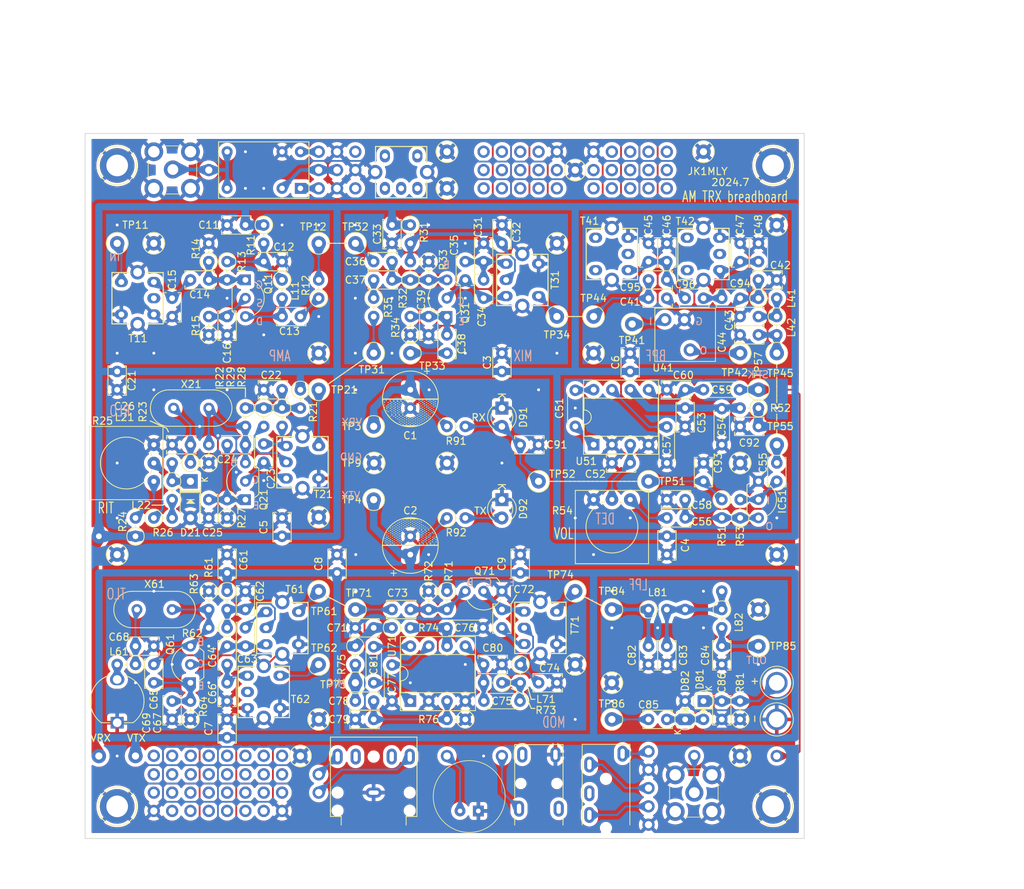
<source format=kicad_pcb>
(kicad_pcb (version 20221018) (generator pcbnew)
  (layers (0 "F.Cu" signal) (31 "B.Cu" signal) (34 "B.Paste" user) (35 "F.Paste" user) (36 "B.SilkS" user "B.Silkscreen") (37 "F.SilkS" user "F.Silkscreen") (38 "B.Mask" user) (39 "F.Mask" user) (44 "Edge.Cuts" user))
  (net 0 "")
  (net 1 "+9V")
  (net 2 "GND")
  (net 3 "Net-(Q11-D)")
  (net 4 "Net-(Q11-G)")
  (net 5 "Net-(Q11-S)")
  (net 6 "Net-(T21-PR1)")
  (net 7 "Net-(Q21-C)")
  (net 8 "Net-(Q21-B)")
  (net 9 "Net-(Q21-E)")
  (net 10 "Net-(D21-K)")
  (net 11 "Net-(T31-PR1)")
  (net 12 "Net-(Q31-C)")
  (net 13 "Net-(Q31-B)")
  (net 14 "Net-(C36-Pad1)")
  (net 15 "Net-(Q31-E)")
  (net 16 "Net-(T31-S2)")
  (net 17 "Net-(C43-Pad1)")
  (net 18 "Net-(C44-Pad1)")
  (net 19 "Net-(U51-V+)")
  (net 20 "Net-(IC51-IN)")
  (net 21 "Net-(IC51-OUT)")
  (net 22 "Net-(U51-BYPASS)")
  (net 23 "Net-(U51-+)")
  (net 24 "Net-(T21-S2)")
  (net 25 "Net-(R25-Pad2)")
  (net 26 "Net-(T21-PM)")
  (net 27 "Net-(T31-PM)")
  (net 29 "Net-(T41-PR1)")
  (net 32 "Net-(T61-PR1)")
  (net 33 "Net-(Q61-C)")
  (net 34 "Net-(Q61-B)")
  (net 35 "Net-(Q61-E)")
  (net 36 "Net-(C73-Pad1)")
  (net 37 "Net-(U71-V+)")
  (net 38 "Net-(U71-BYPASS)")
  (net 39 "Net-(U71-+)")
  (net 40 "Net-(C78-Pad1)")
  (net 41 "Net-(Q71-B)")
  (net 42 "Net-(T71-S2)")
  (net 43 "Net-(C82-Pad1)")
  (net 44 "Net-(C83-Pad1)")
  (net 45 "Net-(Q71-C)")
  (net 46 "Net-(T61-S2)")
  (net 47 "Net-(C41-Pad2)")
  (net 48 "Net-(R12-Pad2)")
  (net 49 "Net-(C81-Pad1)")
  (net 50 "Net-(T71-PR2)")
  (net 51 "+9VA")
  (net 52 "Net-(D81-A)")
  (net 53 "Net-(T61-PM)")
  (net 54 "Net-(C12-Pad1)")
  (net 55 "Net-(C13-Pad1)")
  (net 56 "Net-(T71-PM)")
  (net 57 "Net-(C26-Pad1)")
  (net 58 "Net-(C85-Pad1)")
  (net 59 "Net-(L22-Pad1)")
  (net 60 "Net-(T62-PR1)")
  (net 62 "Net-(T62-S2)")
  (net 63 "Net-(T11-PR1)")
  (net 64 "Net-(C37-Pad1)")
  (net 65 "Net-(C38-Pad2)")
  (net 66 "Net-(C68-Pad1)")
  (net 67 "Net-(C69-Pad1)")
  (net 68 "Net-(C75-Pad1)")
  (net 69 "Net-(C75-Pad2)")
  (net 70 "Net-(C81-Pad2)")
  (net 71 "Net-(C84-Pad1)")
  (net 72 "Net-(D81-K)")
  (net 73 "Net-(D91-A)")
  (net 74 "Net-(D92-A)")
  (net 75 "Net-(J91-S)")
  (net 77 "Net-(J93-PadS)")
  (net 78 "Net-(J93-PadT)")
  (net 79 "Net-(J94-PadS)")
  (net 80 "Net-(J94-PadT)")
  (net 140 "Net-(R24-Pad2)")
  (net 141 "Net-(R35-Pad2)")
  (net 143 "Net-(T11-S2)")
  (net 149 "Net-(U41-IN)")
  (net 150 "Net-(U41-OUT)")
  (net 151 "Net-(U91-+)")
  (net 152 "Net-(T42-PR1)")
  (net 156 "Net-(C51-Pad1)")
  (net 157 "Net-(C51-Pad2)")
  (net 158 "Net-(C55-Pad1)")
  (net 159 "Net-(C56-Pad2)")
  (net 160 "Net-(C59-Pad1)")
  (net 161 "Net-(C59-Pad2)")
  (net 162 "Net-(C93-Pad1)")
  (net 163 "Net-(C41-Pad1)")
  (net 164 "Net-(J95-PadT)")
  (net 165 "Net-(C22-Pad2)")
  (net 166 "Net-(J92-S)")
  (net 167 "Net-(J102-Pin_3)")
  (net 168 "Net-(J102-Pin_1)")
  (net 169 "Net-(J102-Pin_2)")
  (net 172 "Net-(J93-PadR2)")
  (footprint "usr-Library:TestPoint_Drill3mm" (layer "F.Cu") (at 180.34 133.985)
    (fp_text reference "Z3" hide)
    (fp_text value "TestPoint")
  )
  (footprint "usr-Library:R_Axial_DIN0207_L6.3mm_D2.2mm_P2.54mm_Vertical" (layer "F.Cu") (at 193.04 86.36 90)
    (fp_text reference "R23")
    (fp_text value "47k")
  )
  (footprint "TestPoint:TestPoint_Loop_D2.50mm_Drill1.0mm" (layer "F.Cu") (at 213.36 106.68)
    (fp_text reference "TP71")
    (fp_text value "TestPoint")
  )
  (footprint "usr-Library:C_Disc_P2.54mm" (layer "F.Cu") (at 210.82 101.6 90)
    (fp_text reference "C8")
    (fp_text value "0.1u")
  )
  (footprint "usr-Library:C_Disc_P5.12mm" (layer "F.Cu") (at 264.16 78.82 -90)
    (fp_text reference "C54")
    (fp_text value "10u")
  )
  (footprint "TestPoint:TestPoint_Loop_D2.50mm_Drill1.0mm" (layer "F.Cu") (at 208.28 71.12)
    (fp_text reference "TP101" hide)
    (fp_text value "TestPoint")
  )
  (footprint "usr-Library:C_Disc_P5.12mm" (layer "F.Cu") (at 218.44 114.38 -90)
    (fp_text reference "C77")
    (fp_text value "10u")
  )
  (footprint "usr-Library:R_Axial_DIN0207_L6.3mm_D2.2mm_P2.54mm_Vertical" (layer "F.Cu") (at 236.22 114.3 -90)
    (fp_text reference "L71")
    (fp_text value "100u")
  )
  (footprint "usr-Library:R_Axial_DIN0207_L6.3mm_D2.2mm_P2.54mm_Vertical" (layer "F.Cu") (at 182.88 114.3 180)
    (fp_text reference "L61")
    (fp_text value "1u")
  )
  (footprint "usr-Library:R_Axial_DIN0207_L6.3mm_D2.2mm_P2.54mm_Vertical" (layer "F.Cu") (at 228.6 121.92 180)
    (fp_text reference "R76")
    (fp_text value "100k")
  )
  (footprint "Package_TO_SOT_THT:TO-92_Inline_Wide" (layer "F.Cu") (at 190.5 116.84 90)
    (fp_text reference "Q61")
    (fp_text value "2SC1959")
  )
  (footprint "TestPoint:TestPoint_Loop_D2.50mm_Drill1.0mm" (layer "F.Cu") (at 248.92 121.92)
    (fp_text reference "TP86")
    (fp_text value "TestPoint")
  )
  (footprint "usr-Library:C_Disc_P2.54mm" (layer "F.Cu") (at 195.58 66.04 -90)
    (fp_text reference "C16")
    (fp_text value "1000p")
  )
  (footprint "usr-Library:univ_04x08" (layer "F.Cu") (at 185.42 132.08 90)
    (fp_text reference "J104" hide)
    (fp_text value "Univ_04x08")
  )
  (footprint "Package_DIP:DIP-8_W7.62mm_Socket" (layer "F.Cu") (at 220.99 119.38 90)
    (fp_text reference "U71")
    (fp_text value "LM386")
  )
  (footprint "TestPoint:TestPoint_Loop_D2.50mm_Drill1.0mm" (layer "F.Cu") (at 208.28 114.3)
    (fp_text reference "TP62")
    (fp_text value "TestPoint")
  )
  (footprint "LED_THT:LED_D3.0mm" (layer "F.Cu") (at 233.68 91.44 -90)
    (fp_text reference "D92")
    (fp_text value "LED")
  )
  (footprint "usr-Library:TestPoint_pad_only_Drill1.0mm" (layer "F.Cu") (at 193.04 45.72)
    (fp_text reference "TP91" hide)
    (fp_text value "TestPoint")
  )
  (footprint "TestPoint:TestPoint_Loop_D2.50mm_Drill1.0mm" (layer "F.Cu") (at 226.06 48.26)
    (fp_text reference "TP112" hide)
    (fp_text value "TestPoint")
  )
  (footprint "usr-Library:TestPoint_pad_only_Drill1.0mm" (layer "F.Cu") (at 233.68 127)
    (fp_text reference "TP94" hide)
    (fp_text value "TestPoint")
  )
  (footprint "usr-Library:coil_7mm" (layer "F.Cu") (at 219.71 46.01 90)
    (fp_text reference "T91" hide)
    (fp_text value "7T50")
  )
  (footprint "TestPoint:TestPoint_Loop_D2.50mm_Drill1.0mm" (layer "F.Cu") (at 215.9 71.12)
    (fp_text reference "TP31")
    (fp_text value "TestPoint")
  )
  (footprint "usr-Library:R_Axial_DIN0207_L6.3mm_D2.2mm_P2.54mm_Vertical" (layer "F.Cu") (at 223.52 58.42 -90)
    (fp_text reference "R33")
    (fp_text value "10k")
  )
  (footprint "usr-Library:univ_03x05" (layer "F.Cu") (at 246.38 45.72 90)
    (fp_text reference "J103" hide)
    (fp_text value "Univ_03x05")
  )
  (footprint "usr-Library:C_Disc_P5.12mm" (layer "F.Cu") (at 226.06 109.22)
    (fp_text reference "C76")
    (fp_text value "10u")
  )
  (footprint "usr-Library:C_Disc_P2.54mm" (layer "F.Cu") (at 180.34 73.66 -90)
    (fp_text reference "C21")
    (fp_text value "0.1u")
  )
  (footprint "usr-Library:C_Disc_P2.54mm" (layer "F.Cu") (at 228.6 58.42 -90)
    (fp_text reference "C35")
    (fp_text value "150p")
  )
  (footprint "usr-Library:C_Disc_P2.54mm" (layer "F.Cu") (at 254 60.96)
    (fp_text reference "C95")
    (fp_text value "10p")
  )
  (footprint "TestPoint:TestPoint_Loop_D2.50mm_Drill1.0mm" (layer "F.Cu") (at 226.06 43.18)
    (fp_text reference "TP116" hide)
    (fp_text value "TestPoint")
  )
  (footprint "usr-Library:R_Axial_DIN0207_L6.3mm_D2.2mm_P2.54mm_Vertical" (layer "F.Cu") (at 208.28 63.5 90)
    (fp_text reference "R12")
    (fp_text value "100")
  )
  (footprint "usr-Library:C_Disc_P2.54mm" (layer "F.Cu") (at 264.16 119.38 -90)
    (fp_text reference "C86")
    (fp_text value "1000p")
  )
  (footprint "usr-Library:C_Disc_P2.54mm" (layer "F.Cu") (at 271.79 86.35 -90)
    (fp_text reference "C55")
    (fp_text value "0.1u")
  )
  (footprint "usr-Library:C_Disc_P5.12mm" (layer "F.Cu") (at 243.85 81.27 90)
    (fp_text reference "C51")
    (fp_text value "10u")
  )
  (footprint "usr-Library:R_Axial_DIN0207_L6.3mm_D2.2mm_P2.54mm_Vertical" (layer "F.Cu") (at 200.66 78.74 -90)
    (fp_text reference "R29")
    (fp_text value "0")
  )
  (footprint "usr-Library:TestPoint_pad_only_Drill1.0mm" (layer "F.Cu") (at 208.28 129.54)
    (fp_text reference "TP95" hide)
    (fp_text value "TestPoint")
  )
  (footprint "usr-Library:C_Disc_P2.54mm" (layer "F.Cu") (at 200.66 83.707717 -90)
    (fp_text reference "C23")
    (fp_text value "120p")
  )
  (footprint "TestPoint:TestPoint_Loop_D2.50mm_Drill1.0mm" (layer "F.Cu") (at 208.28 121.92)
    (fp_text reference "TP115" hide)
    (fp_text value "TestPoint")
  )
  (footprint "usr-Library:R_Axial_DIN0207_L6.3mm_D2.2mm_P2.54mm_Vertical" (layer "F.Cu") (at 226.06 104.14 -90)
    (fp_text reference "R71")
    (fp_text value "47k")
  )
  (footprint "usr-Library:R_Axial_DIN0207_L6.3mm_D2.2mm_P2.54mm_Vertical" (layer "F.Cu") (at 187.96 88.9 -90)
    (fp_text reference "L22")
    (fp_text value "100u")
  )
  (footprint "usr-Library:R_Axial_DIN0207_L6.3mm_D2.2mm_P2.54mm_Vertical" (layer "F.Cu") (at 200.66 53.34 -90)
    (fp_text reference "R11")
    (fp_text value "100")
  )
  (footprint "usr-Library:TestPoint_pad_only_Drill1.0mm" (layer "F.Cu") (at 254 131.445)
    (fp_text reference "TP99" hide)
    (fp_text value "TestPoint")
  )
  (footprint "usr-Library:TestPoint_pad_only_Drill1.0mm" (layer "F.Cu") (at 177.8 127)
    (fp_text reference "TP2" hide)
    (fp_text value "TestPoint")
  )
  (footprint "usr-Library:R_Axial_DIN0207_L6.3mm_D2.2mm_P2.54mm_Vertical" (layer "F.Cu") (at 213.36 111.76 -90)
    (fp_text reference "R75")
    (fp_text value "22k")
  )
  (footprint "TestPoint:TestPoint_Loop_D2.50mm_Drill1.0mm" (layer "F.Cu") (at 243.841 104.14)
    (fp_text reference "TP74")
    (fp_text value "TestPoint")
  )
  (footprint "usr-Library:TestPoint_Drill3mm" (layer "F.Cu") (at 271.272 45.085)
    (fp_text reference "Z1" hide)
    (fp_text value "TestPoint")
  )
  (footprint "usr-Library:C_Disc_P2.54mm" (layer "F.Cu") (at 231.14 60.96 -90)
    (fp_text reference "C34")
    (fp_text value "330p")
  )
  (footprint "usr-Library:R_Axial_DIN0207_L6.3mm_D2.2mm_P2.54mm_Vertical" (layer "F.Cu") (at 193.04 104.14 -90)
    (fp_text reference "R63")
    (fp_text value "47k")
  )
  (footprint "TestPoint:TestPoint_Loop_D2.50mm_Drill1.0mm" (layer "F.Cu") (at 271.78 99.06)
    (fp_text reference "TP106" hide)
    (fp_text value "TestPoint")
  )
  (footprint "usr-Library:C_Disc_P2.54mm" (layer "F.Cu") (at 187.96 119.38 -90)
    (fp_text reference "C67")
    (fp_text value "100p")
  )
  (footprint "usr-Library:R_Axial_DIN0207_L6.3mm_D2.2mm_P2.54mm_Vertical" (layer "F.Cu") (at 190.5 121.92 90)
    (fp_text reference "R64")
    (fp_text value "2.2k")
  )
  (footprint "usr-Library:C_Disc_P2.54mm" (layer "F.Cu") (at 261.62 88.89 90)
    (fp_text reference "C93")
    (fp_text value "0.1u")
  )
  (footprint "Package_TO_SOT_THT:TO-92_Inline_Wide" (layer "F.Cu") (at 198.12 60.96 -90)
    (fp_text reference "Q11")
    (fp_text value "BF256B")
  )
  (footprint "usr-Library:C_Disc_P2.54mm" (layer "F.Cu") (at 213.36 109.22)
    (fp_text reference "C71")
    (fp_text value "0.1u")
  )
  (footprint "TestPoint:TestPoint_Loop_D2.50mm_Drill1.0mm" (layer "F.Cu") (at 215.9 81.28 180)
    (fp_text reference "TP3")
    (fp_text value "TestPoint")
  )
  (footprint "usr-Library:C_Disc_P2.54mm" (layer "F.Cu") (at 269.24 68.58 180)
    (fp_text reference "C44")
    (fp_text value "3300p")
  )
  (footprint "usr-Library:C_Disc_P2.54mm" (layer "F.Cu") (at 248.93 86.35)
    (fp_text reference "C52")
    (fp_text value "0.1u")
  )
  (footprint "usr-Library:TestPoint_pad_only_Drill1.0mm" (layer "F.Cu") (at 182.88 127)
    (fp_text reference "TP5" hide)
    (fp_text value "TestPoint")
  )
  (footprint "usr-Library:C_Disc_P2.54mm" (layer "F.Cu") (at 200.66 76.2)
    (fp_text reference "C22")
    (fp_text value "1000p")
  )
  (footprint "digikey-footprints:Mic_CMA-4544PF-W" (layer "F.Cu") (at 229.14 132.62 -90)
    (fp_text reference "U91" hide)
    (fp_text value "Microphone")
  )
  (footprint "usr-Library:R_Axial_DIN0207_L6.3mm_D2.2mm_P2.54mm_Vertical" (layer "F.Cu") (at 205.74 76.2 -90)
    (fp_text reference "R21")
    (fp_text value "100")
  )
  (footprint "usr-Library:C_Disc_P2.54mm" (layer "F.Cu") (at 233.68 106.68 -90)
    (fp_text reference "C72")
    (fp_text value "100p")
  )
  (footprint "usr-Library:R_Axial_DIN0207_L6.3mm_D2.2mm_P2.54mm_Vertical" (layer "F.Cu") (at 269.24 78.74 180)
    (fp_text reference "R52")
    (fp_text value "10")
  )
  (footprint "usr-Library:C_Disc_P5.12mm" (layer "F.Cu") (at 261.62 76.19)
    (fp_text reference "C59")
    (fp_text value "10u")
  )
  (footprint "digikey-footprints:RF_SMA_Vertical_5-1814832-1" (layer "F.Cu") (at 260.25 132.156)
    (fp_text reference "J91" hide)
    (fp_text value "Conn_Coaxial")
  )
  (footprint "usr-Library:R_Axial_DIN0207_L6.3mm_D2.2mm_P2.54mm_Vertical" (layer "F.Cu") (at 215.9 63.5 -90)
    (fp_text reference "R35")
    (fp_text value "100")
  )
  (footprint "TestPoint:TestPoint_Loop_D2.50mm_Drill1.0mm" (layer "F.Cu") (at 243.84 45.72)
    (fp_text reference "TP114" hide)
    (fp_text value "TestPoint")
  )
  (footprint "usr-Library:C_Disc_P2.54mm" (layer "F.Cu") (at 226.06 68.58 -90)
    (fp_text reference "C38")
    (fp_text value "100p")
  )
  (footprint "Diode_THT:D_T-1_P5.08mm_Horizontal" (layer "F.Cu") (at 190.5 88.9 -90)
    (fp_text reference "D21")
    (fp_text value "1SV161")
  )
  (footprint "TestPoint:TestPoint_Loop_D2.50mm_Drill1.0mm" (layer "F.Cu") (at 269.24 76.19 180)
    (fp_text reference "TP57")
    (fp_text value "TestPoint")
  )
  (footprint "Crystal:Crystal_HC49-U_Vertical" (layer "F.Cu") (at 183.08 106.68)
    (fp_text reference "X61")
    (fp_text value "7.195M")
  )
  (footprint "TestPoint:TestPoint_Loop_D2.50mm_Drill1.0mm" (layer "F.Cu") (at 266.7 86.36 180)
    (fp_text reference "TP59" hide)
    (fp_text value "TestPoint")
  )
  (footprint "TestPoint:TestPoint_Loop_D2.50mm_Drill1.0mm" (layer "F.Cu") (at 180.34 99.06)
    (fp_text reference "TP109" hide)
    (fp_text value "TestPoint")
  )
  (footprint "usr-Library:C_Disc_P2.54mm" (layer "F.Cu") (at 254 121.92)
    (fp_text reference "C85")
    (fp_text value "10p")
  )
  (footprint "TestPoint:TestPoint_Loop_D2.50mm_Drill1.0mm" (layer "F.Cu") (at 271.79 83.81 180)
    (fp_text reference "TP55")
    (fp_text value "TestPoint")
  )
  (footprint "usr-Library:C_Disc_P2.54mm" (layer "F.Cu") (at 256.54 111.76 -90)
    (fp_text reference "C83")
    (fp_text value "820p")
  )
  (footprint "usr-Library:R_Axial_DIN0207_L6.3mm_D2.2mm_P2.54mm_Vertical" (layer "F.Cu") (at 264.17 91.43 -90)
    (fp_text reference "R51")
    (fp_text value "3.3k")
  )
  (footprint "usr-Library:R_Axial_DIN0207_L6.3mm_D2.2mm_P2.54mm_Vertical" (layer "F.Cu") (at 203.2 78.74 -90)
    (fp_text reference "R28")
    (fp_text value "0")
  )
  (footprint "usr-Library:R_Axial_DIN0207_L6.3mm_D2.2mm_P2.54mm_Vertical" (layer "F.Cu") (at 266.7 121.92 90)
    (fp_text reference "R81")
    (fp_text value "1M")
  )
  (footprint "usr-Library:TestPoint_pad_only_Drill1.0mm" (layer "F.Cu") (at 254 136.525)
    (fp_text reference "TP119" hide)
    (fp_text value "TestPoint")
  )
  (footprint "Crystal:Crystal_HC49-U_Vertical" (layer "F.Cu") (at 188.16 78.74)
    (fp_text reference "X21")
    (fp_text value "6.7458M")
  )
  (footprint "usr-Library:R_Axial_DIN0207_L6.3mm_D2.2mm_P2.54mm_Vertical" (layer "F.Cu") (at 218.44 109.22)
    (fp_text reference "R74")
    (fp_text value "10")
  )
  (footprint "usr-Library:C_Disc_P2.54mm" (layer "F.Cu") (at 195.58 111.76 -90)
    (fp_text reference "C64")
    (fp_text value "10p")
  )
  (footprint "TestPoint:TestPoint_Loop_D2.50mm_Drill1.0mm" (layer "F.Cu") (at 208.28 76.2)
    (fp_text reference "TP21")
    (fp_text value "TestPoint")
  )
  (footprint "usr-Library:R_Axial_DIN0207_L6.3mm_D2.2mm_P2.54mm_Vertical" (layer "F.Cu") (at 203.2 60.96 -90)
    (fp_text reference "L11")
    (fp_text value "100u")
  )
  (footprint "usr-Library:coil_7mm" (layer "F.Cu") (at 206.03 86.247717)
    (fp_text reference "T21")
    (fp_text value "7T7")
  )
  (footprint "usr-Library:C_Disc_P2.54mm" (layer "F.Cu") (at 231.14 114.3)
    (fp_text reference "C80")
    (fp_text value "0.1u")
  )
  (footprint "usr-Library:C_Disc_P2.54mm" (layer "F.Cu") (at 198.12 109.22 -90)
    (fp_text reference "C63")
    (fp_text value "100p")
  )
  (footprint "TestPoint:TestPoint_Loop_D2.50mm_Drill1.0mm" (layer "F.Cu") (at 238.76 88.9 180)
    (fp_text reference "TP52")
    (fp_text value "TestPoint")
  )
  (footprint "usr-Library:C_Disc_P2.54mm" (layer "F.Cu") (at 195.58 124.46 90)
    (fp_text reference "C7")
    (fp_text value "0.1u")
  )
  (footprint "usr-Library:C_Disc_P2.54mm" (layer "F.Cu") (at 223.52 66.04 -90)
    (fp_text reference "C39")
    (fp_text value "0.1u")
  )
  (footprint "usr-Library:C_Disc_P2.54mm" (layer "F.Cu") (at 264.16 111.76 -90)
    (fp_text reference "C84")
    (fp_text value "470p")
  )
  (footprint "Package_TO_SOT_THT:TO-92_Inline_Wide" (layer "F.Cu") (at 198.12 91.44 90)
    (fp_text reference "Q21")
    (fp_text value "2SC1959")
  )
  (footprint "usr-Library:CF-3P" (layer "F.Cu") (at 259.0784 68.5718 180)
    (fp_text reference "U41")
    (fp_text value "CF-455")
  )
  (footprint "TestPoint:TestPoint_Loop_D2.50mm_Drill1.0mm" (layer "F.Cu") (at 241.3 55.88)
    (fp_text reference "TP102" hide)
    (fp_text value "TestPoint")
  )
  (footprint "TestPoint:TestPoint_Loop_D2.50mm_Drill1.0mm" (layer "F.Cu") (at 266.7 71.12)
    (fp_text reference "TP42")
    (fp_text value "TestPoint")
  )
  (footprint "usr-Library:C_Disc_P2.54mm" (layer "F.Cu") (at 233.68 73.66 90)
    (fp_text reference "C3")
    (fp_text value "0.1u")
  )
  (footprint "usr-Library:TestPoint_pad_only_Drill1.0mm" (layer "F.Cu") (at 254 128.905)
    (fp_text reference "TP118" hide)
    (fp_text value "TestPoint")
  )
  (footprint "usr-Library:C_Disc_P2.54mm" (layer "F.Cu") (at 236.22 101.6 90)
    (fp_text reference "C9")
    (fp_text value "0.1u")
  )
  (footprint "usr-Library:C_Disc_P2.54mm" (layer "F.Cu") (at 185.42 114.3 -90)
    (fp_text reference "C65")
    (fp_text value "100p")
  )
  (footprint "usr-Library:TestPoint_pad_only_Drill1.0mm" (layer "F.Cu") (at 271.78 127)
    (fp_text reference "TP56" hide)
    (fp_text value "TestPoint")
  )
  (footprint "TestPoint:TestPoint_Loop_D2.50mm_Drill1.0mm" (layer "F.Cu") (at 180.34 55.88)
    (fp_text reference "TP11")
    (fp_text value "TestPoint")
  )
  (footprint "usr-Library:R_Axial_DIN0207_L6.3mm_D2.2mm_P2.54mm_Vertical" (layer "F.Cu") (at 220.98 60.96 90)
    (fp_text reference "R32")
    (fp_text value "47k")
  )
  (footprint "usr-Library:C_Disc_P2.54mm" (layer "F.Cu") (at 205.74 66.04 180)
    (fp_text reference "C13")
    (fp_text value "1000p")
  )
  (footprint "usr-Library:C_Disc_P5.12mm" (layer "F.Cu") (at 231.18 119.38)
    (fp_text reference "C75")
    (fp_text value "10u")
  )
  (footprint "usr-Library:R_Axial_DIN0207_L6.3mm_D2.2mm_P2.54mm_Vertical" (layer "F.Cu") (at 266.71 93.97 90)
    (fp_text reference "R53")
    (fp_text value "100k")
  )
  (footprint "LED_THT:LED_D3.0mm" (layer "F.Cu") (at 233.68 78.74 -90)
    (fp_text reference "D91")
    (fp_text value "LED")
  )
  (footprint "usr-Library:coil_7mm" (layer "F.Cu") (at 200.66 118.11)
    (fp_text reference "T62")
    (fp_text value "7T7")
  )
  (footprint "" (layer "F.Cu") (at 264.16 104.14)
    (fp_text reference "")
    (fp_text value "")
  )
  (footprint "usr-Library:C_Disc_P2.54mm" (layer "F.Cu") (at 215.9 60.96)
    (fp_text reference "C37")
    (fp_text value "100p")
  )
  (footprint "usr-Library:R_Axial_DIN0207_L6.3mm_D2.2mm_P2.54mm_Vertical" (layer "F.Cu") (at 193.04 68.58 90)
    (fp_text reference "R15")
    (fp_text value "100")
  )
  (footprint "usr-Library:R_Axial_DIN0207_L6.3mm_D2.2mm_P2.54mm_Vertical" (layer "F.Cu") (at 185.42 93.98)
    (fp_text reference "R26")
    (fp_text value "10k")
  )
  (footprint "usr-Library:Potentiometer_1" (layer "F.Cu") (at 246.39 95.24 -90)
    (fp_text reference "R54")
    (fp_text value "10k")
  )
  (footprint "TestPoint:TestPoint_Loop_D2.50mm_Drill1.0mm" (layer "F.Cu") (at 254 88.9 180)
    (fp_text reference "TP51")
    (fp_text value "TestPoint")
  )
  (footprint "Package_TO_SOT_THT:TO-92_Inline_Wide" (layer "F.Cu") (at 226.06 66.04 90)
    (fp_text reference "Q31")
    (fp_text value "2SC1959")
  )
  (footprint "TestPoint:TestPoint_Loop_D2.50mm_Drill1.0mm" (layer "F.Cu") (at 251.735 67.085)
    (fp_text reference "TP41")
    (fp_text value "TestPoint")
  )
  (footprint "digikey-footprints:RF_SMA_Vertical_5-1814832-1" (layer "F.Cu") (at 187.96 45.72)
    (fp_text reference "J92" hide)
    (fp_text value "Conn_Coaxial")
  )
  (footprint "usr-Library:C_Disc_P2.54mm" (layer "F.Cu") (at 213.36 119.38)
    (fp_text reference "C78")
    (fp_text value "0.1u")
  )
  (footprint "TestPoint:TestPoint_Loop_D2.50mm_Drill1.0mm" (layer "F.Cu") (at 215.9 91.44 180)
    (fp_text reference "TP4")
    (fp_text value "TestPoint")
  )
  (footprint "usr-Library:R_Axial_DIN0207_L6.3mm_D2.2mm_P2.54mm_Vertical" (layer "F.Cu") (at 193.04 58.42 90)
    (fp_text reference "R14")
    (fp_text value "22k")
  )
  (footprint "usr-Library:CP_Radial_D7.5mm_P2.54mm_dot" (layer "F.Cu") (at 220.98 77.47 -90)
    (fp_text reference "C1")
    (fp_text value "100u")
  )
  (footprint "usr-Library:R_Axial_DIN0207_L6.3mm_D2.2mm_P2.54mm_Vertical" (layer "F.Cu") (at 220.98 68.58 90)
    (fp_text reference "R34")
    (fp_text value "220")
  )
  (footprint "usr-Library:C_Disc_P2.54mm" (layer "F.Cu") (at 236.22 83.82)
    (fp_text reference "C91")
    (fp_text value "0.1u")
  )
  (footprint "usr-Library:C_Disc_P2.54mm" (layer "F.Cu") (at 266.7 63.5 180)
    (fp_text reference "C94")
    (fp_text value "10p")
  )
  (footprint "usr-Library:C_Disc_P2.54mm" (layer "F.Cu") (at 269.24 66.04 180)
    (fp_text reference "C43")
    (fp_text value "4700p")
  )
  (footprint "usr-Library:C_Disc_P2.54mm" (layer "F.Cu") (at 200.66 58.42)
    (fp_text reference "C12")
    (fp_text value "1000p")
  )
  (footprint "Package_TO_SOT_THT:TO-92_Inline_Wide" (layer "F.Cu") (at 269.25 88.89 -90)
    (fp_text reference "IC51")
    (fp_text value "UTC7642")
  )
  (footprint "usr-Library:D_A-405_P2.54mm_Vertical_AnodeUp" (layer "F.Cu") (at 259.08 121.92 90)
    (fp_text reference "D82")
    (fp_text value "1N60")
  )
  (footprint "usr-Library:C_Disc_P2.54mm" (layer "F.Cu") (at 269.24 81.28 180)
    (fp_text reference "C92")
    (fp_text value "0.1u")
  )
  (footprint "usr-Library:R_Axial_DIN0207_L6.3mm_D2.2mm_P2.54mm_Vertical" (layer "F.Cu") (at 226.06 81.28)
    (fp_text reference "R91")
    (fp_text value "1k")
  )
  (footprint "usr-Library:R_Axial_DIN0207_L6.3mm_D2.2mm_P2.54mm_Vertical" (layer "F.Cu") (at 233.68 116.84 180)
    (fp_text reference "R73")
    (fp_text value "22")
  )
  (footprint "usr-Library:R_Axial_DIN0207_L6.3mm_D2.2mm_P2.54mm_Vertical" (layer "F.Cu") (at 190.5 86.36 180)
    (fp_text reference "L21")
    (fp_text value "10u")
  )
  (footprint "usr-Library:C_Disc_P2.54mm" (layer "F.Cu") (at 203.2 96.52 90)
    (fp_text reference "C5")
    (fp_text value "0.1u")
  )
  (footprint "usr-Library:C_Disc_P2.54mm" (layer "F.Cu") (at 256.55 96.51 -90)
    (fp_text reference "C4")
    (fp_text value "0.1u")
  )
  (footprint "usr-Library:D_A-405_P2.54mm_Vertical_AnodeUp" (layer "F.Cu") (at 261.62 119.38 -90)
    (fp_text reference "D81")
    (fp_text value "1N60")
  )
  (footprint "usr-Library:univ_03x03" (layer "F.Cu") (at 208.28 43.18)
    (fp_text reference "J102" hide)
    (fp_text value "Univ_03x02")
  )
  (footprint "TestPoint:TestPoint_Loop_D2.50mm_Drill1.0mm" (layer "F.Cu") (at 208.28 104.14)
    (fp_text reference "TP61")
    (fp_text value "TestPoint")
  )
  (footprint "usr-Library:R_Axial_DIN0207_L6.3mm_D2.2mm_P2.54mm_Vertical" (layer "F.Cu") (at 195.58 104.14 -90)
    (fp_text reference "R61")
    (fp_text value "100")
  )
  (footprint "usr-Library:Jack_3.5mm_GB-35J-3CWS-BM" (layer "F.Cu") (at 241.55 134.31 180)
    (fp_text reference "J95" hide)
    (fp_text value "AudioJack3")
  )
  (footprint "TestPoint:TestPoint_Loop_D2.50mm_Drill1.0mm" (layer "F.Cu") (at 213.36 116.84)
    (fp_text reference "TP73")
    (fp_text value "TestPoint")
  )
  (footprint "usr-Library:CP_Radial_D7.5mm_P2.54mm_dot" (layer "F.Cu") (at 220.98 97.79 90)
    (fp_text reference "C2")
    (fp_text value "100u")
  )
  (footprint "usr-Library:C_Disc_P2.54mm" (layer "F.Cu") (at 231.14 58.42 90)
    (fp_text reference "C31")
    (fp_text value "0.1u")
  )
  (footprint "TestPoint:TestPoint_Loop_D2.50mm_Drill1.0mm" (layer "F.Cu") (at 266.7 127)
    (fp_text reference "TP117" hide)
    (fp_text value "TestPoint")
  )
  (footprint "usr-Library:R_Axial_DIN0207_L6.3mm_D2.2mm_P2.54mm_Vertical" (layer "F.Cu") (at 226.06 93.98)
    (fp_text reference "R92")
    (fp_text value "1k")
  )
  (footprint "usr-Library:R_Axial_DIN0207_L6.3mm_D2.2mm_P2.54mm_Vertical" (layer "F.Cu") (at 271.78 66.04 -90)
    (fp_text reference "L42")
    (fp_text value "4.7u")
  )
  (footprint "TestPoint:TestPoint_Loop_D2.50mm_Drill1.0mm" (layer "F.Cu") (at 243.84 114.3)
    (fp_text reference "TP105" hide)
    (fp_text value "TestPoint")
  )
  (footprint "usr-Library:R_Axial_DIN0207_L6.3mm_D2.2mm_P2.54mm_Vertical" (layer "F.Cu") (at 223.52 104.14 -90)
    (fp_text reference "R72")
    (fp_text value "6.8k")
  )
  (footprint "usr-Library:C_Disc_P2.54mm" (layer "F.Cu") (at 187.96 63.5 -90)
    (fp_text reference "C15")
    (fp_text value "100p")
  )
  (footprint "TestPoint:TestPoint_Loop_D2.50mm_Drill1.0mm" (layer "F.Cu") (at 271.78 53.34)
    (fp_text reference "TP107" hide)
    (fp_text value "TestPoint")
  )
  (footprint "TestPoint:TestPoint_Loop_D2.50mm_Drill1.0mm" (layer "F.Cu") (at 208.28 55.881)
    (fp_text reference "TP12")
    (fp_text value "TestPoint")
  )
  (footprint "usr-Library:R_Axial_DIN0207_L6.3mm_D2.2mm_P2.54mm_Vertical" (layer "F.Cu") (at 195.58 109.22 180)
    (fp_text reference "R62")
    (fp_text value "47k")
  )
  (footprint "usr-Library:coil_7mm" (layer "F.Cu") (at 239.014 109.22)
    (fp_text reference "T71")
    (fp_text value "7T7")
  )
  (footprint "usr-Library:TestPoint_pad_only_Drill1.0mm" (layer "F.Cu") (at 208.28 132.08)
    (fp_text reference "TP96" hide)
    (fp_text value "TestPoint")
  )
  (footprint "usr-Library:C_TRIM_P6.00mm" (layer "F.Cu") (at 180.34 119.38 90)
    (fp_text reference "C69")
    (fp_text value "30pF")
  )
  (footprint "usr-Library:C_Disc_P2.54mm" (layer "F.Cu") (at 254 63.5)
    (fp_text reference "C41")
    (fp_text value "1000p")
  )
  (footprint "usr-Library:C_Disc_P2.54mm" (layer "F.Cu") (at 182.88 111.76)
    (fp_text reference "C68")
    (fp_text value "22p")
  )
  (footprint "usr-Library:coil_7mm" (layer "F.Cu") (at 248.92 57.36 180)
    (fp_text reference "T41")
    (fp_text value "7S1R0")
  )
  (footprint "usr-Library:C_Disc_P2.54mm" (layer "F.Cu") (at 256.54 91.44)
    (fp_text reference "C58")
    (fp_text value "0.1u")
  )
  (footprint "usr-Library:C_Disc_P2.54mm" (layer "F.Cu") (at 215.9 58.42)
    (fp_text reference "C36")
    (fp_text value "100p")
  )
  (footprint "usr-Library:R_Axial_DIN0207_L6.3mm_D2.2mm_P2.54mm_Vertical" (layer "F.Cu") (at 269.24 63.5)
    (fp_text reference "L41")
    (fp_text value "4.7u")
  )
  (footprint "usr-Library:C_Disc_P2.54mm" (layer "F.Cu") (at 198.12 104.14 -90)
    (fp_text reference "C62")
    (fp_text value "1000p")
  )
  (footprint "usr-Library:C_Disc_P2.54mm" (layer "F.Cu") (at 218.44 53.34 -90)
    (fp_text reference "C33")
    (fp_text value "0.1u")
  )
  (footprint "TestPoint:TestPoint_Loop_D2.50mm_Drill1.0mm" (layer "F.Cu") (at 241.3 66.04)
    (fp_text reference "TP34")
    (fp_text value "TestPoint")
  )
  (footprint "usr-Library:C_Disc_P5.12mm" (layer "F.Cu") (at 215.9 116.84 90)
    (fp_text reference "C81")
    (fp_text value "10u")
  )
  (footprint "usr-Library:C_Disc_P2.54mm" (layer "F.Cu") (at 254 111.76 -90)
    (fp_text reference "C82")
    (fp_text value "470p")
  )
  (footprint "usr-Library:coil_7mm" (layer "F.Cu") (at 203.236 109.256)
    (fp_text reference "T61")
    (fp_text value "7T7")
  )
  (footprint "usr-Library:TestPoint_pad_only_Drill1.0mm" (layer "F.Cu") (at 260.35 127)
    (fp_text reference "TP93" hide)
    (fp_text value "TestPoint")
  )
  (footprint "" (layer "F.Cu") (at 259.08 106.68)
    (fp_text reference "")
    (fp_text value "")
  )
  (footprint "TestPoint:TestPoint_Loop_D2.50mm_Drill1.0mm" (layer "F.Cu") (at 269.24 106.68)
    (fp_text reference "TP89" hide)
    (fp_text value "TestPoint")
  )
  (footprint "usr-Library:C_Disc_P2.54mm" (layer "F.Cu") (at 190.5 60.96)
    (fp_text reference "C14")
    (fp_text value "1000p")
  )
  (footprint "TestPoint:TestPoint_Loop_D2.50mm_Drill1.0mm" (layer "F.Cu") (at 205.74 127)
    (fp_text reference "TP113" hide)
    (fp_text value "TestPoint")
  )
  (footprint "usr-Library:C_Disc_P2.54mm" (layer "F.Cu") (at 195.58 116.84 -90)
    (fp_text reference "C66")
    (fp_text value "100p")
  )
  (footprint "TestPoint:TestPoint_Loop_D3.80mm_Drill2.5mm" (layer "F.Cu") (at 271.78 121.92)
    (fp_text reference "TP88" hide)
    (fp_text value "TestPoint")
  )
  (footprint "usr-Library:TestPoint_pad_only_Drill1.0mm" (layer "F.Cu") (at 254 133.985)
    (fp_text reference "TP98" hide)
    (fp_text value "TestPoint")
  )
  (footprint "usr-Library:R_Axial_DIN0207_L6.3mm_D2.2mm_P2.54mm_Vertical" (layer "F.Cu") (at 195.58 58.42 -90)
    (fp_text reference "R13")
    (fp_text value "100k")
  )
  (footprint "usr-Library:C_Disc_P2.54mm" (layer "F.Cu") (at 251.46 73.66 90)
    (fp_text reference "C6")
    (fp_text value "0.1u")
  )
  (footprint "usr-Library:R_Axial_DIN0207_L6.3mm_D2.2mm_P2.54mm_Vertical" (layer "F.Cu") (at 198.12 78.74 -90)
    (fp_text reference "R22")
    (fp_text value "47k")
  )
  (footprint "usr-Library:coil_7mm" (layer "F.Cu") (at 261.62 57.36 180)
    (fp_text reference "T42")
    (fp_text value "7S1R0")
  )
  (footprint "TestPoint:TestPoint_Loop_D2.50mm_Drill1.0mm" (layer "F.Cu") (at 226.06 86.36 180)
    (fp_text reference "TP108" hide)
    (fp_text value "TestPoint")
  )
  (footprint "usr-Library:R_Axial_DIN0207_L6.3mm_D2.2mm_P2.54mm_Vertical" (layer "F.Cu") (at 182.88 96.52 90)
    (fp_text reference "R24")
    (fp_text value "100")
  )
  (footprint "Connector_Audio:Jack_3.5mm_CUI_SJ1-3525N_Horizontal" (layer "F.Cu") (at 215.9 132.08)
    (fp_text reference "J94" hide)
    (fp_text value "AudioJack2_Ground")
  )
  (footprint "usr-Library:C_Disc_P2.54mm" (layer "F.Cu") (at 256.54 58.42 90)
    (fp_text reference "C46")
    (fp_text value "150p")
  )
  (footprint "usr-Library:Jack_3.5mm_GB-35J-4CW-BM" (layer "F.Cu") (at 250.4 128.175 180)
    (fp_text reference "J93" hide)
    (fp_text value "AudioJack4")
  )
  (footprint "usr-Library:C_Disc_P2.54mm" (layer "F.Cu") (at 238.76 116.84)
    (fp_text reference "C74")
    (fp_text value "0.1u")
  )
  (footprint "usr-Library:C_Disc_P2.54mm" (layer "F.Cu") (at 269.24 60.96)
    (fp_text reference "C42")
    (fp_text value "3300p")
  )
  (footprint "usr-Library:C_Disc_P2.54mm" (layer "F.Cu") (at 269.24 58.42 90)
    (fp_text reference "C48")
    (fp_text value "150p")
  )
  (footprint "usr-Library:TestPoint_Drill3mm" (layer "F.Cu") (at 180.34 45.085)
    (fp_text reference "Z4" hide)
    (fp_text value "TestPoint")
  )
  (footprint "usr-Library:C_Disc_P2.54mm" (layer "F.Cu") (at 259.09 93.97 180)
    (fp_text reference "C56")
    (fp_text value "0.1u")
  )
  (footprint "usr-Library:C_Disc_P2.54mm" (layer "F.Cu") (at 259.08 78.74 -90)
    (fp_text reference "C53")
    (fp_text value "0.1u")
  )
  (footprint "usr-Library:C_Disc_P2.54mm" (layer "F.Cu") (at 259.08 63.5)
    (fp_text reference "C96")
    (fp_text value "10p")
  )
  (footprint "Relay_THT:Relay_SPDT_HsinDa_Y14" (layer "F.Cu") (at 205.74 48.26 180)
    (fp_text reference "K91" hide)
    (fp_text value "Y14x-1C-xxDS")
  )
  (footprint "TestPoint:TestPoint_Loop_D2.50mm_Drill1.0mm" (layer "F.Cu") (at 185.42 55.88)
    (fp_text reference "TP19" hide)
    (fp_text value "TestPoint")
  )
  (footprint "usr-Library:C_Disc_P2.54mm" (layer "F.Cu") (at 233.68 55.88 90)
    (fp_text reference "C32")
    (fp_text value "0.1u")
  )
  (footprint "usr-Library:C_Disc_P2.54mm" (layer "F.Cu") (at 198.12 53.34 180)
    (fp_text reference "C11")
    (fp_text value "0.1u")
  )
  (footprint "TestPoint:TestPoint_Loop_D2.50mm_Drill1.0mm" (layer "F.Cu") (at 213.36 55.88)
    (fp_text reference "TP32")
    (fp_text value "TestPoint")
  )
  (footprint "usr-Library:C_Disc_P2.54mm" (layer "F.Cu") (at 198.12 83.82 180)
    (fp_text reference "C24")
    (fp_text value "100p")
  )
  (footprint "usr-Library:R_Axial_DIN0207_L6.3mm_D2.2mm_P2.54mm_Vertical" (layer "F.Cu") (at 195.58 93.98 90)
    (fp_text reference "R27")
    (fp_text value "2.2k")
  )
  (footprint "TestPoint:TestPoint_Loop_D2.50mm_Drill1.0mm" (layer "F.Cu") (at 246.38 66.04)
    (fp_text reference "TP44")
    (fp_text value "TestPoint")
  )
  (footprint "usr-Library:univ_03x05" (layer "F.Cu") (at 231.14 45.72 90)
    (fp_text reference "J101" hide)
    (fp_text value "Univ_03x05")
  )
  (footprint "usr-Library:Potentiometer_1" (layer "F.Cu") (at 181.61 83.82 180)
    (fp_text reference "R25")
    (fp_text value "10k")
  )
  (footprint "usr-Library:C_Disc_P5.12mm" (layer "F.Cu") (at 256.54 81.35 -90)
    (fp_text reference "C57")
    (fp_text value "10u")
  )
  (footprint "usr-Library:R_Axial_DIN0207_L6.3mm_D2.2mm_P2.54mm_Vertical" (layer "F.Cu") (at 254 106.68)
    (fp_text reference "L81")
    (fp_text value "1u")
  )
  (footprint "TestPoint:TestPoint_Loop_D2.50mm_Drill1.0mm" (layer "F.Cu") (at 248.92 116.84)
    (fp_text reference "TP110" hide)
    (fp_text value "TestPoint")
  )
  (footprint "TestPoint:TestPoint_Loop_D2.50mm_Drill1.0mm" (layer "F.Cu") (at 208.28 93.867717)
    (fp_text reference "TP103" hide)
    (fp_text value "TestPoint")
  )
  (footprint "Package_DIP:DIP-8_W7.62mm_Socket" (layer "F.Cu") (at 246.39 83.81 90)
    (fp_text reference "U51")
    (fp_text value "LM386")
  )
  (footprint "usr-Library:C_Disc_P2.54mm" (layer "F.Cu") (at 256.54 76.2)
    (fp_text reference "C60")
    (fp_text value "0.1u")
  )
  (footprint "TestPoint:TestPoint_Loop_D2.50mm_Drill1.0mm" (layer "F.Cu") (at 269.24 111.76)
    (fp_text reference "TP85")
    (fp_text value "TestPoint")
  )
  (footprint "usr-Library:R_Axial_DIN0207_L6.3mm_D2.2mm_P2.54mm_Vertical" (layer "F.Cu") (at 264.16 106.68 -90)
    (fp_text reference "L82")
    (fp_text value "1u")
  )
  (footprint "usr-Library:C_Disc_P2.54mm" (layer "F.Cu") (at 215.9 121.92 180)
    (fp_text reference "C79")
    (fp_text value "1000p")
  )
  (footprint "usr-Library:R_Axial_DIN0207_L6.3mm_D2.2mm_P2.54mm_Vertical" (layer "F.Cu") (at 220.98 53.34 -90)
    (fp_text reference "R31")
    (fp_text value "100")
  )
  (footprint "TestPoint:TestPoint_Loop_D2.50mm_Drill1.0mm" (layer "F.Cu") (at 248.92 106.68)
    (fp_text reference "TP84")
    (fp_text value "TestPoint")
  )
  (footprint "TestPoint:TestPoint_Loop_D2.50mm_Drill1.0mm" (layer "F.Cu") (at 246.38 71.12)
    (fp_text reference "TP104" hide)
    (fp_text value "TestPoint")
  )
  (footprint "TestPoint:TestPoint_Loop_D3.80mm_Drill2.5mm" (layer "F.Cu") (at 271.78 116.84)
    (fp_text reference "TP87" hide)
    (fp_text value "TestPoint")
  )
  (footprint "usr-Library:TestPoint_Drill3mm" (layer "F.Cu") (at 271.272 133.985)
    (fp_text reference "Z2" hide)
    (fp_text value "TestPoint")
  )
  (footprint "TestPoint:TestPoint_Loop_D2.50mm_Drill1.0mm" (layer "F.Cu") (at 220.98 71.12)
    (fp_text reference "TP33")
    (fp_text value "TestPoint")
  )
  (footprint "TestPoint:TestPoint_Loop_D2.50mm_Drill1.0mm" (layer "F.Cu") (at 261.62 43.18)
    (fp_text reference "TP111" hide)
    (fp_text value "TestPoint")
  )
  (footprint "usr-Library:C_Disc_P2.54mm" (layer "F.Cu") (at 190.5 83.82 180)
    (fp_text reference "C26")
    (fp_text value "22p")
  )
  (footprint "TestPoint:TestPoint_Loop_D2.50mm_Drill1.0mm" (layer "F.Cu") (at 215.959 86.36 180)
    (fp_text reference "TP9")
    (fp_text value "TestPoint")
  )
  (footprint "usr-Library:C_Disc_P2.54mm" (layer "F.Cu") (at 195.58 101.6 90)
    (fp_text reference "C61")
    (fp_text value "0.1u")
  )
  (footprint "usr-Library:C_Disc_P2.54mm" (layer "F.Cu") (at 193.04 91.44 -90)
    (fp_text reference "C25")
    (fp_text value "100p")
  )
  (footprint "usr-Library:TestPoint_pad_only_Drill1.0mm" (layer "F.Cu") (at 226.06 127)
    (fp_text reference "TP92" hide)
    (fp_text value "TestPoint")
  )
  (footprint "TestPoint:TestPoint_Loop_D2.50mm_Drill1.0mm" (layer "F.Cu") (at 271.78 71.12)
    (fp_text reference "TP45")
    (fp_text value "TestPoint")
  )
  (footprint "usr-Library:C_Disc_P2.54mm" (layer "F.Cu") (at 254 58.42 90)
    (fp_text reference "C45")
    (fp_text value "150p")
  )
  (footprint "Package_TO_SOT_THT:TO-92_Inline_Wide" (layer "F.Cu") (at 233.68 104.14 180)
    (fp_text reference "Q71")
    (fp_text value "2SC1959")
  )
  (footprint "usr-Library:C_Disc_P2.54mm" (layer "F.Cu") (at 218.44 106.68)
    (fp_text reference "C73")
    (fp_text value "1000p")
  )
  (footprint "usr-Library:TestPoint_pad_only_Drill1.0mm" (layer "F.Cu") (at 254 126.365)
    (fp_text reference "TP97" hide)
    (fp_text value "TestPoint")
  )
  (footprint "usr-Library:coil_7mm" (layer "F.Cu") (at 183.17 63.5 180)
    (fp_text reference "T11")
    (fp_text value "7T7")
  )
  (footprint "usr-Library:C_Disc_P2.54mm" (layer "F.Cu") (at 266.7 58.42 90)
    (fp_text reference "C47")
    (fp_text value "150p")
  )
  (footprint "usr-Library:coil_7mm" (layer "F.Cu") (at 236.51 60.96)
    (fp_text reference "T31")
    (fp_text value "7T1R0")
  )
  (gr_line (start 245.11 104.775) (end 247.777 106.172) (stroke (width 0.15) (type dot)) (layer "B.SilkS"))
  (gr_line (start 209.4865 75.3745) (end 214.6935 71.9455) (stroke (width 0.15) (type dot)) (layer "B.SilkS"))
  (gr_line (start 209.296 104.902) (end 212.09 106.172) (stroke (width 0.15) (type dot)) (layer "B.SilkS"))
  (gr_line (start 271.78 72.898) (end 271.78 82.042) (stroke (width 0.15) (type dot)) (layer "B.SilkS"))
  (gr_line (start 209.55 55.88) (end 212.09 55.88) (stroke (width 0.15) (type dot)) (layer "B.SilkS"))
  (gr_line (start 242.6335 66.04) (end 245.0465 66.04) (stroke (width 0.15) (type dot)) (layer "B.SilkS"))
  (gr_line (start 240.284 88.9) (end 252.73 88.9) (stroke (width 0.15) (type dot)) (layer "B.SilkS"))
  (gr_line (start 187.198 81.534) (end 187.452 82.042) (stroke (width 0.15)) (layer "F.SilkS"))
  (gr_line (start 184.912 80.518) (end 187.198 81.534) (stroke (width 0.15)) (layer "F.SilkS"))
  (gr_line (start 186.69 92.202) (end 186.944 91.948) (stroke (width 0.15)) (layer "F.SilkS"))
  (gr_line (start 271.78 72.62) (end 271.78 73.152) (stroke (width 0.15)) (layer "F.SilkS"))
  (gr_line (start 271.78 74.422) (end 271.78 77.978) (stroke (width 0.15)) (layer "F.SilkS"))
  (gr_line (start 245.11 104.902) (end 247.523 106.172) (stroke (width 0.15)) (layer "F.SilkS"))
  (gr_line (start 186.69 92.202) (end 185.166 92.202) (stroke (width 0.15)) (layer "F.SilkS"))
  (gr_line (start 209.55 75.438) (end 214.63 71.882) (stroke (width 0.15)) (layer "F.SilkS"))
  (gr_line (start 209.78 55.881) (end 211.86 55.88) (stroke (width 0.15)) (layer "F.SilkS"))
  (gr_line (start 237.744 119.126) (end 238.252 119.126) (stroke (width 0.15)) (layer "F.SilkS"))
  (gr_line (start 258.572 120.904) (end 259.588 120.904) (stroke (width 0.15)) (layer "F.SilkS"))
  (gr_line (start 237.236 117.348) (end 237.744 119.126) (stroke (width 0.15)) (layer "F.SilkS"))
  (gr_line (start 235.712 104.648) (end 234.95 105.91) (stroke (width 0.15)) (layer "F.SilkS"))
  (gr_line (start 242.8 66.04) (end 244.88 66.04) (stroke (width 0.15)) (layer "F.SilkS"))
  (gr_line (start 237.744 120.396) (end 238.252 120.396) (stroke (width 0.15)) (layer "F.SilkS"))
  (gr_poly (pts (xy 259.588 120.396) (xy 258.572 120.396) (xy 259.08 120.904)) (stroke (width 0.15)) (fill solid) (layer "F.SilkS"))
  (gr_line (start 252.5 88.9) (end 240.26 88.9) (stroke (width 0.15)) (layer "F.SilkS"))
  (gr_line (start 236.982 118.618) (end 237.744 120.396) (stroke (width 0.15)) (layer "F.SilkS"))
  (gr_line (start 194.056 75.946) (end 198.12 75.946) (stroke (width 0.15)) (layer "F.SilkS"))
  (gr_line (start 234.95 117.602) (end 236.982 118.618) (stroke (width 0.15)) (layer "F.SilkS"))
  (gr_line (start 261.112 120.396) (end 262.128 120.396) (stroke (width 0.15)) (layer "F.SilkS"))
  (gr_line (start 271.78 79.5655) (end 271.78 80.4545) (stroke (width 0.15)) (layer "F.SilkS"))
  (gr_poly (pts (xy 261.112 120.904) (xy 262.128 120.904) (xy 261.62 120.396)) (stroke (width 0.15)) (fill solid) (layer "F.SilkS"))
  (gr_line (start 209.55 104.902) (end 211.963 106.172) (stroke (width 0.15)) (layer "F.SilkS"))
  (gr_line (start 271.79 82.31) (end 271.78 81.788) (stroke (width 0.15)) (layer "F.SilkS"))
  (gr_poly (pts (xy 189.992 91.948) (xy 191.008 91.948) (xy 190.5 91.44)) (stroke (width 0.15)) (fill solid) (layer "F.SilkS"))
  (gr_line (start 198.12 75.946) (end 198.12 77.216) (stroke (width 0.15)) (layer "F.SilkS"))
  (gr_line (start 189.992 91.44) (end 191.008 91.44) (stroke (width 0.15)) (layer "F.SilkS"))
  (gr_line (start 275.59 138.43) (end 175.895 138.43) (stroke (width 0.1)) (layer "Edge.Cuts"))
  (gr_line (start 175.895 40.64) (end 275.59 40.64) (stroke (width 0.1)) (layer "Edge.Cuts"))
  (gr_line (start 175.895 138.43) (end 175.895 40.64) (stroke (width 0.1)) (layer "Edge.Cuts"))
  (gr_line (start 275.59 40.64) (end 275.59 138.43) (stroke (width 0.1)) (layer "Edge.Cuts"))
  (gr_text "GND" (at 214.376 86.106) (layer "B.SilkS") (effects (font (size 1 1)) (justify left bottom mirror)))
  (gr_text "D" (at 200.66 67.31) (layer "B.SilkS") (effects (font (size 1 1)) (justify left bottom mirror)))
  (gr_text "DET" (at 249.428 94.996) (layer "B.SilkS") (effects (font (size 1.5 1)) (justify left bottom mirror)))
  (gr_text "RLO" (at 182.245 80.01) (layer "B.SilkS") (effects (font (size 1.5 1)) (justify left bottom mirror)))
  (gr_text "B" (at 192.532 111.76) (layer "B.SilkS") (effects (font (size 1 1)) (justify left bottom mirror)))
  (gr_text "AMP" (at 204.47 72.39) (layer "B.SilkS") (effects (font (size 1.5 1)) (justify left bottom mirror)))
  (gr_text "VTX" (at 214.122 91.44) (layer "B.SilkS") (effects (font (size 1 1)) (justify left bottom mirror)))
  (gr_text "B" (at 229.87 103.505) (layer "B.SilkS") (effects (font (size 1 1)) (justify left bottom mirror)))
  (gr_text "VRX" (at 214.376 81.28) (layer "B.SilkS") (effects (font (size 1 1)) (justify left bottom mirror)))
  (gr_text "TLO" (at 181.61 105.41) (layer "B.SilkS") (effects (font (size 1.5 1)) (justify left bottom mirror)))
  (gr_text "O" (at 270.129 94.478 180) (layer "B.SilkS") (effects (font (size 1 1)) (justify left bottom mirror)))
  (gr_text "I" (at 254.635 67.31) (layer "B.SilkS") (effects (font (size 1 1)) (justify left bottom mirror)))
  (gr_text "MOD" (at 242.57 123.19) (layer "B.SilkS") (effects (font (size 1.5 1)) (justify left bottom mirror)))
  (gr_text "LPF" (at 254 104.14) (layer "B.SilkS") (effects (font (size 1.5 1)) (justify left bottom mirror)))
  (gr_text "C" (at 192.532 114.808) (layer "B.SilkS") (effects (font (size 1 1)) (justify left bottom mirror)))
  (gr_text "BPF" (at 256.54 72.39) (layer "B.SilkS") (effects (font (size 1.5 1)) (justify left bottom mirror)))
  (gr_text "SPK" (at 270.764 74.676) (layer "B.SilkS") (effects (font (size 1 1)) (justify left bottom mirror)))
  (gr_text "C" (at 200.152 89.295717) (layer "B.SilkS") (effects (font (size 1 1)) (justify left bottom mirror)))
  (gr_text "IN" (at 180.848 58.42) (layer "B.SilkS") (effects (font (size 1 1)) (justify left bottom mirror)))
  (gr_text "MIC" (at 212.09 117.475) (layer "B.SilkS") (effects (font (size 1 1)) (justify left bottom mirror)))
  (gr_text "B" (at 226.568 59.436) (layer "B.SilkS") (effects (font (size 1 1)) (justify left bottom mirror)))
  (gr_text "E" (at 200.152 92.851717) (layer "B.SilkS") (effects (font (size 1 1)) (justify left bottom mirror)))
  (gr_text "S" (at 200.66 64.77) (layer "B.SilkS") (effects (font (size 1 1)) (justify left bottom mirror)))
  (gr_text "G" (at 200.66 62.23) (layer "B.SilkS") (effects (font (size 1 1)) (justify left bottom mirror)))
  (gr_text "MIX" (at 237.998 72.39) (layer "B.SilkS") (effects (font (size 1.5 1)) (justify left bottom mirror)))
  (gr_text "E" (at 192.532 117.856) (layer "B.SilkS") (effects (font (size 1 1)) (justify left bottom mirror)))
  (gr_text "B" (at 197.104 86.868) (layer "B.SilkS") (effects (font (size 1 1)) (justify left bottom mirror)))
  (gr_text "C" (at 232.41 103.505) (layer "B.SilkS") (effects (font (size 1 1)) (justify left bottom mirror)))
  (gr_text "I" (at 270.266 90.922 180) (layer "B.SilkS") (effects (font (size 1 1)) (justify left bottom mirror)))
  (gr_text "E" (at 228.6 67.31) (layer "B.SilkS") (effects (font (size 1 1)) (justify left bottom mirror)))
  (gr_text "E" (at 235.585 103.505) (layer "B.SilkS") (effects (font (size 1 1)) (justify left bottom mirror)))
  (gr_text "OUT" (at 270.51 114.3) (layer "B.SilkS") (effects (font (size 1 1)) (justify left bottom mirror)))
  (gr_text "C" (at 228.6 64.516) (layer "B.SilkS") (effects (font (size 1 1)) (justify left bottom mirror)))
  (gr_text "VRX" (at 176.53 125.095) (layer "F.SilkS") (effects (font (size 1 1)) (justify left bottom)))
  (gr_text "VTX" (at 181.61 125.095) (layer "F.SilkS") (effects (font (size 1 1)) (justify left bottom)))
  (gr_text "+" (at 269.24 117.348 90) (layer "F.SilkS") (effects (font (size 1 1)) (justify left bottom)))
  (gr_text "TX" (at 229.743 93.599) (layer "F.SilkS") (effects (font (size 1 1)) (justify left bottom)))
  (gr_text "2024.7" (at 262.636 48.006) (layer "F.SilkS") (effects (font (size 1 1)) (justify left bottom)))
  (gr_text "K" (at 262.382 117.602 90) (layer "F.SilkS") (effects (font (size 0.8 0.8))))
  (gr_text "K" (at 258.064 123.698 90) (layer "F.SilkS") (effects (font (size 0.8 0.8))))
  (gr_text "-" (at 269.24 122.555 90) (layer "F.SilkS") (effects (font (size 1 1)) (justify left bottom)))
  (gr_text "K" (at 233.045 76.454 -90) (layer "F.SilkS") (effects (font (size 1 1)) (justify left bottom)))
  (gr_text "VOL" (at 240.792 97.028) (layer "F.SilkS") (effects (font (size 1.5 1)) (justify left bottom)))
  (gr_text "RIT" (at 177.546 93.472) (layer "F.SilkS") (effects (font (size 1.5 1)) (justify left bottom)))
  (gr_text "RX" (at 229.362 80.645) (layer "F.SilkS") (effects (font (size 1 1)) (justify left bottom)))
  (gr_text "AM TRX breadboard" (at 258.572 50.292) (layer "F.SilkS") (effects (font (size 1.5 1)) (justify left bottom)))
  (gr_text "JK1MLY" (at 259.334 46.482) (layer "F.SilkS") (effects (font (size 1 1)) (justify left bottom)))
  (gr_text "K" (at 233.045 89.027 -90) (layer "F.SilkS") (effects (font (size 1 1)) (justify left bottom)))
  (segment (start 177.8 96.52) (end 177.292 97.028) (width 1) (layer "F.Cu") (net 1))
  (segment (start 177.292 126.492) (end 177.8 127) (width 1) (layer "F.Cu") (net 1))
  (segment (start 177.292 97.028) (end 177.292 126.492) (width 1) (layer "F.Cu") (net 1))
  (via (at 177.8 96.52) (size 2) (drill 0.8) (layers "F.Cu" "B.Cu") (net 1))
  (segment (start 210.82 91.44) (end 210.82 96.52) (width 1) (layer "B.Cu") (net 1))
  (segment (start 215.9 81.28) (end 215.9 78.74) (width 1) (layer "B.Cu") (net 1))
  (segment (start 218.44 76.2) (end 220.98 76.2) (width 1) (layer "B.Cu") (net 1))
  (segment (start 200.66 50.8) (end 203.2 50.8) (width 1) (layer "B.Cu") (net 1))
  (segment (start 220.98 76.2) (end 220.98 73.66) (width 1) (layer "B.Cu") (net 1))
  (segment (start 220.98 50.8) (end 226.06 50.8) (width 1) (layer "B.Cu") (net 1))
  (segment (start 177.8 96.52) (end 182.88 96.52) (width 1) (layer "B.Cu") (net 1))
  (segment (start 226.06 50.8) (end 243.84 50.8) (width 1) (layer "B.Cu") (net 1))
  (segment (start 220.98 53.34) (end 218.44 53.34) (width 1) (layer "B.Cu") (net 1))
  (segment (start 210.82 73.66) (end 210.82 91.44) (width 1) (layer "B.Cu") (net 1))
  (segment (start 243.84 50.8) (end 243.84 73.66) (width 1) (layer "B.Cu") (net 1))
  (segment (start 210.82 50.8) (end 220.98 50.8) (width 1) (layer "B.Cu") (net 1))
  (segment (start 177.8 73.66) (end 210.82 73.66) (width 1) (layer "B.Cu") (net 1))
  (segment (start 241.3 96.52) (end 241.3 73.66) (width 1) (layer "B.Cu") (net 1))
  (segment (start 269.24 78.74) (end 269.24 81.28) (width 1) (layer "B.Cu") (net 1))
  (segment (start 274.32 73.66) (end 274.32 63.5) (width 1) (layer "B.Cu") (net 1))
  (segment (start 243.84 50.8) (end 274.32 50.8) (width 1) (layer "B.Cu") (net 1))
  (segment (start 210.82 73.66) (end 220.98 73.66) (width 1) (layer "B.Cu") (net 1))
  (segment (start 261.62 73.66) (end 274.32 73.66) (width 1) (layer "B.Cu") (net 1))
  (segment (start 274.32 73.66) (end 274.32 96.52) (width 1) (layer "B.Cu") (net 1))
  (segment (start 177.8 73.66) (end 177.8 96.52) (width 1) (layer "B.Cu") (net 1))
  (segment (start 200.66 53.34) (end 198.12 53.34) (width 1) (layer "B.Cu") (net 1))
  (segment (start 243.84 73.66) (end 261.62 73.66) (width 1) (layer "B.Cu") (net 1))
  (segment (start 177.8 50.8) (end 177.8 73.66) (width 1) (layer "B.Cu") (net 1))
  (segment (start 220.98 73.66) (end 241.3 73.66) (width 1) (layer "B.Cu") (net 1))
  (segment (start 218.44 50.8) (end 218.44 53.34) (width 1) (layer "B.Cu") (net 1))
  (segment (start 215.9 78.74) (end 218.44 76.2) (width 1) (layer "B.Cu") (net 1))
  (segment (start 241.3 73.66) (end 243.84 73.66) (width 1) (layer "B.Cu") (net 1))
  (segment (start 274.32 81.28) (end 269.24 81.28) (width 1) (layer "B.Cu") (net 1))
  (segment (start 177.8 50.8) (end 200.66 50.8) (width 1) (layer "B.Cu") (net 1))
  (segment (start 274.32 63.5) (end 274.32 50.8) (width 1) (layer "B.Cu") (net 1))
  (segment (start 182.88 96.52) (end 210.82 96.52) (width 1) (layer "B.Cu") (net 1))
  (segment (start 274.32 96.52) (end 241.3 96.52) (width 1) (layer "B.Cu") (net 1))
  (segment (start 198.12 50.8) (end 198.12 53.34) (width 1) (layer "B.Cu") (net 1))
  (segment (start 205.74 73.66) (end 205.74 76.2) (width 1) (layer "B.Cu") (net 1))
  (segment (start 203.2 50.8) (end 210.82 50.8) (width 1) (layer "B.Cu") (net 1))
  (segment (start 210.82 50.8) (end 210.82 73.66) (width 1) (layer "B.Cu") (net 1))
  (segment (start 226.06 81.28) (end 220.98 76.2) (width 0.25) (layer "B.Cu") (net 1))
  (segment (start 202.612 112.856) (end 203.236 112.856) (width 0.25) (layer "F.Cu") (net 2))
  (segment (start 226.06 114.3) (end 228.6 114.3) (width 0.25) (layer "F.Cu") (net 2))
  (segment (start 214.685 113.085) (end 219.655 113.085) (width 0.25) (layer "F.Cu") (net 2))
  (segment (start 227.33 62.23) (end 227.33 59.69) (width 0.25) (layer "F.Cu") (net 2))
  (segment (start 204.47 64.77) (end 205.105 64.77) (width 0.25) (layer "F.Cu") (net 2))
  (segment (start 223.52 63.5) (end 222.25 64.77) (width 0.25) (layer "F.Cu") (net 2))
  (segment (start 228.6 63.5) (end 227.33 62.23) (width 0.25) (layer "F.Cu") (net 2))
  (segment (start 234.95 41.91) (end 234.95 50.165) (width 0.25) (layer "F.Cu") (net 2))
  (segment (start 263.035 115.425) (end 264.16 114.3) (width 0.25) (layer "F.Cu") (net 2))
  (segment (start 229.87 62.23) (end 232.41 62.23) (width 0.25) (layer "F.Cu") (net 2))
  (segment (start 191.77 135.89) (end 191.77 125.095) (width 0.25) (layer "F.Cu") (net 2))
  (segment (start 214.63 107.95) (end 214.63 113.03) (width 0.25) (layer "F.Cu") (net 2))
  (segment (start 223.52 68.58) (end 224.79 67.31) (width 0.25) (layer "F.Cu") (net 2))
  (segment (start 259.08 119.38) (end 260.495 120.795) (width 0.25) (layer "F.Cu") (net 2))
  (segment (start 229.87 115.57) (end 232.156 115.57) (width 0.25) (layer "F.Cu") (net 2))
  (segment (start 255.27 64.77) (end 255.016 65.024) (width 0.25) (layer "F.Cu") (net 2))
  (segment (start 187.96 83.82) (end 189.23 85.09) (width 0.25) (layer "F.Cu") (net 2))
  (segment (start 201.93 133.35) (end 201.93 125.095) (width 0.25) (layer "F.Cu") (net 2))
  (segment (start 255.27 57.15) (end 255.27 64.77) (width 0.25) (layer "F.Cu") (net 2))
  (segment (start 232.41 118.11) (end 232.156 118.364) (width 0.25) (layer "F.Cu") (net 2))
  (segment (start 196.85 125.095) (end 196.85 135.89) (width 0.25) (layer "F.Cu") (net 2))
  (segment (start 251.46 71.12) (end 250.19 72.39) (width 0.25) (layer "F.Cu") (net 2))
  (segment (start 241.3 116.84) (end 240.03 115.57) (width 0.25) (layer "F.Cu") (net 2))
  (segment (start 232.156 115.57) (end 232.41 115.824) (width 0.25) (layer "F.Cu") (net 2))
  (segment (start 198.12 104.14) (end 196.85 105.41) (width 0.25) (layer "F.Cu") (net 2))
  (segment (start 186.69 85.09) (end 186.69 90.424) (width 0.25) (layer "F.Cu") (net 2))
  (segment (start 247.65 44.45) (end 247.65 49.53) (width 0.25) (layer "F.Cu") (net 2))
  (segment (start 250.19 41.91) (end 250.19 50.165) (width 0.25) (layer "F.Cu") (net 2))
  (segment (start 222.25 105.41) (end 222.25 107.95) (width 0.25) (layer "F.Cu") (net 2))
  (segment (start 196.85 64.77) (end 204.47 64.77) (width 0.25) (layer "F.Cu") (net 2))
  (segment (start 262.745 120.795) (end 263.035 120.505) (width 0.25) (layer "F.Cu") (net 2))
  (segment (start 232.41 115.824) (end 232.41 118.11) (width 0.25) (layer "F.Cu") (net 2))
  (segment (start 194.31 86.36) (end 194.31 86.868) (width 0.25) (layer "F.Cu") (net 2))
  (segment (start 200.704 114.554) (end 200.914 114.554) (width 0.25) (layer "F.Cu") (net 2))
  (segment (start 214.884 120.65) (end 217.17 120.65) (width 0.25) (layer "F.Cu") (net 2))
  (segment (start 186.69 133.35) (end 186.69 125.095) (width 0.25) (layer "F.Cu") (net 2))
  (segment (start 194.31 57.15) (end 194.31 67.31) (width 0.25) (layer "F.Cu") (net 2))
  (segment (start 219.71 57.15) (end 221.615 57.15) (width 0.25) (layer "F.Cu") (net 2))
  (segment (start 222.25 64.77) (end 222.25 67.31) (width 0.25) (layer "F.Cu") (net 2))
  (segment (start 252.73 41.91) (end 252.73 50.165) (width 0.25) (layer "F.Cu") (net 2))
  (segment (start 266.7 66.04) (end 267.97 64.77) (width 0.25) (layer "F.Cu") (net 2))
  (segment (start 209.55 46.99) (end 210.82 48.26) (width 0.25) (layer "F.Cu") (net 2))
  (segment (start 189.23 85.09) (end 202.184 85.09) (width 0.25) (layer "F.Cu") (net 2))
  (segment (start 194.31 92.71) (end 194.31 82.55) (width 0.25) (layer "F.Cu") (net 2))
  (segment (start 232.41 41.91) (end 232.41 50.165) (width 0.25) (layer "F.Cu") (net 2))
  (segment (start 256.54 55.88) (end 255.27 57.15) (width 0.25) (layer "F.Cu") (net 2))
  (segment (start 219.655 113.085) (end 219.71 113.03) (width 0.25) (layer "F.Cu") (net 2))
  (segment (start 240.03 115.57) (end 234.95 115.57) (width 0.25) (layer "F.Cu") (net 2))
  (segment (start 228.6 114.3) (end 229.87 115.57) (width 0.25) (layer "F.Cu") (net 2))
  (segment (start 210.82 43.18) (end 209.55 44.45) (width 0.25) (layer "F.Cu") (net 2))
  (segment (start 217.17 105.41) (end 222.25 105.41) (width 0.25) (layer "F.Cu") (net 2))
  (segment (start 260.495 120.795) (end 262.745 120.795) (width 0.25) (layer "F.Cu") (net 2))
  (segment (start 260.35 62.23) (end 260.35 64.77) (width 0.25) (layer "F.Cu") (net 2))
  (segment (start 271.78 60.96) (end 270.51 62.23) (width 0.25) (layer "F.Cu") (net 2))
  (segment (start 237.49 41.91) (end 237.49 50.165) (width 0.25) (layer "F.Cu") (net 2))
  (segment (start 200.66 114.51) (end 200.704 114.554) (width 0.25) (layer "F.Cu") (net 2))
  (segment (start 185.42 111.76) (end 186.69 113.03) (width 0.25) (layer "F.Cu") (net 2))
  (segment (start 196.85 105.41) (end 196.85 113.03) (width 0.25) (layer "F.Cu") (net 2))
  (segment (start 200.914 114.554) (end 202.612 112.856) (width 0.25) (layer "F.Cu") (net 2))
  (segment (start 270.51 62.23) (end 270.51 69.85) (width 0.25) (layer "F.Cu") (net 2))
  (segment (start 228.6 63.5) (end 229.87 62.23) (width 0.25) (layer "F.Cu") (net 2))
  (segment (start 217.17 120.65) (end 218.44 119.38) (width 0.25) (layer "F.Cu") (net 2))
  (segment (start 214.63 59.69) (end 222.25 59.69) (width 0.25) (layer "F.Cu") (net 2))
  (segment (start 183.515 130.81) (end 205.74 130.81) (width 0.25) (layer "F.Cu") (net 2))
  (segment (start 261.62 60.96) (end 260.35 62.23) (width 0.25) (layer "F.Cu") (net 2))
  (segment (start 186.69 113.03) (end 196.85 113.03) (width 0.25) (layer "F.Cu") (net 2))
  (segment (start 209.55 44.45) (end 209.55 46.99) (width 0.25) (layer "F.Cu") (net 2))
  (segment (start 240.03 44.45) (end 240.03 50.165) (width 0.25) (layer "F.Cu") (net 2))
  (segment (start 224.79 113.03) (end 226.06 114.3) (width 0.25) (layer "F.Cu") (net 2))
  (segment (start 250.19 72.39) (end 250.19 77.47) (width 0.25) (layer "F.Cu") (net 2))
  (segment (start 267.97 64.77) (end 267.97 57.15) (width 0.25) (layer "F.Cu") (net 2))
  (segment (start 273.05 92.71) (end 254 92.71) (width 0.25) (layer "F.Cu") (net 2))
  (segment (start 185.42 83.82) (end 186.69 85.09) (width 0.25) (layer "F.Cu") (net 2))
  (segment (start 195.58 93.98) (end 194.31 92.71) (width 0.25) (layer "F.Cu") (net 2))
  (segment (start 255.27 41.91) (end 255.27 50.165) (width 0.25) (layer "F.Cu") (net 2))
  (segment (start 224.79 67.31) (end 228.6 67.31) (width 0.25) (layer "F.Cu") (net 2))
  (segment (start 263.035 120.505) (end 263.035 115.425) (width 0.25) (layer "F.Cu") (net 2))
  (segment (start 224.79 110.49) (end 224.79 113.03) (width 0.25) (layer "F.Cu") (net 2))
  (via (at 213.36 104.14) (size 0.8) (drill 0.4) (layers "F.Cu" "B.Cu") (net 2))
  (via (at 194.31 82.55) (size 0.8) (drill 0.4) (layers "F.Cu" "B.Cu") (net 2))
  (via (at 223.58 76.2) (size 0.8) (drill 0.4) (layers "F.Cu" "B.Cu") (net 2))
  (via (at 213.36 53.34) (size 0.8) (drill 0.4) (layers "F.Cu" "B.Cu") (net 2))
  (via (at 264.16 76.2) (size 0.8) (drill 0.4) (layers "F.Cu" "B.Cu") (net 2))
  (via (at 246.38 99.06) (size 0.8) (drill 0.4) (layers "F.Cu" "B.Cu") (net 2))
  (via (at 228.6 63.5) (size 0.8) (drill 0.4) (layers "F.Cu" "B.Cu") (net 2))
  (via (at 180.34 93.98) (size 0.8) (drill 0.4) (layers "F.Cu" "B.Cu") (net 2))
  (via (at 182.88 116.84) (size 0.8) (drill 0.4) (layers "F.Cu" "B.Cu") (net 2))
  (via (at 198.12 48.26) (size 0.8) (drill 0.4) (layers "F.Cu" "B.Cu") (net 2))
  (via (at 248.92 109.22) (size 0.8) (drill 0.4) (layers "F.Cu" "B.Cu") (net 2))
  (via (at 200.66 88.787717) (size 0.8) (drill 0.4) (layers "F.Cu" "B.Cu") (net 2))
  (via (at 203.2 53.34) (size 0.8) (drill 0.4) (layers "F.Cu" "B.Cu") (net 2))
  (via (at 191.77 81.28) (size 0.8) (drill 0.4) (layers "F.Cu" "B.Cu") (net 2))
  (via (at 261.62 91.44) (size 0.8) (drill 0.4) (layers "F.Cu" "B.Cu") (net 2))
  (via (at 180.34 53.34) (size 0.8) (drill 0.4) (layers "F.Cu" "B.Cu") (net 2))
  (via (at 213.36 71.12) (size 0.8) (drill 0.4) (layers "F.Cu" "B.Cu") (net 2))
  (via (at 180.34 86.36) (size 0.8) (drill 0.4) (layers "F.Cu" "B.Cu") (net 2))
  (via (at 238.76 76.2) (size 0.8) (drill 0.4) (layers "F.Cu" "B.Cu") (net 2))
  (via (at 180.34 127) (size 0.8) (drill 0.4) (layers "F.Cu" "B.Cu") (net 2))
  (via (at 243.84 93.98) (size 0.8) (drill 0.4) (layers "F.Cu" "B.Cu") (net 2))
  (via (at 243.85 78.73) (size 0.8) (drill 0.4) (layers "F.Cu" "B.Cu") (net 2))
  (via (at 271.78 78.74) (size 0.8) (drill 0.4) (layers "F.Cu" "B.Cu") (net 2))
  (via (at 218.44 63.5) (size 0.8) (drill 0.4) (layers "F.Cu" "B.Cu") (net 2))
  (via (at 218.44 71.12) (size 0.8) (drill 0.4) (layers "F.Cu" "B.Cu") (net 2))
  (via (at 248.92 104.14) (size 0.8) (drill 0.4) (layers "F.Cu" "B.Cu") (net 2))
  (via (at 195.58 63.5) (size 0.8) (drill 0.4) (layers "F.Cu" "B.Cu") (net 2))
  (via (at 193.04 116.84) (size 0.8) (drill 0.4) (layers "F.Cu" "B.Cu") (net 2))
  (via (at 231.14 127) (size 0.8) (drill 0.4) (layers "F.Cu" "B.Cu") (net 2))
  (via (at 213.42 76.2) (size 0.8) (drill 0.4) (layers "F.Cu" "B.Cu") (net 2))
  (via (at 261.62 104.14) (size 0.8) (drill 0.4) (layers "F.Cu" "B.Cu") (net 2))
  (via (at 243.84 121.92) (size 0.8) (drill 0.4) (layers "F.Cu" "B.Cu") (net 2))
  (via (at 228.6 55.88) (size 0.8) (drill 0.4) (layers "F.Cu" "B.Cu") (net 2))
  (via (at 228.6 114.3) (size 0.8) (drill 0.4) (layers "F.Cu" "B.Cu") (net 2))
  (via (at 208.28 53.34) (size 0.8) (drill 0.4) (layers "F.Cu" "B.Cu") (net 2))
  (via (at 228.6 71.12) (size 0.8) (drill 0.4) (layers "F.Cu" "B.Cu") (net 2))
  (via (at 223.52 99.06) (size 0.8) (drill 0.4) (layers "F.Cu" "B.Cu") (net 2))
  (via (at 180.34 71.12) (size 0.8) (drill 0.4) (layers "F.Cu" "B.Cu") (net 2))
  (via (at 233.68 86.36) (size 0.8) (drill 0.4) (layers "F.Cu" "B.Cu") (net 2))
  (via (at 200.66 68.58) (size 0.8) (drill 0.4) (layers "F.Cu" "B.Cu") (net 2))
  (via (at 255.27 109.22) (size 0.8) (drill 0.4) (layers "F.Cu" "B.Cu") (net 2))
  (via (at 208.28 66.04) (size 0.8) (drill 0.4) (layers "F.Cu" "B.Cu") (net 2))
  (via (at 223.52 63.5) (size 0.8) (drill 0.4) (layers "F.Cu" "B.Cu") (net 2))
  (via (at 185.42 104.14) (size 0.8) (drill 0.4) (layers "F.Cu" "B.Cu") (net 2))
  (via (at 200.66 48.26) (size 0.8) (drill 0.4) (layers "F.Cu" "B.Cu") (net 2))
  (via (at 213.36 63.5) (size 0.8) (drill 0.4) (layers "F.Cu" "B.Cu") (net 2))
  (via (at 271.79 93.97) (size 0.8) (drill 0.4) (layers "F.Cu" "B.Cu") (net 2))
  (via (at 196.85 87.63) (size 0.8) (drill 0.4) (layers "F.Cu" "B.Cu") (net 2))
  (via (at 266.7 60.96) (size 0.8) (drill 0.4) (layers "F.Cu" "B.Cu") (net 2))
  (via (at 241.3 71.12) (size 0.8) (drill 0.4) (layers "F.Cu" "B.Cu") (net 2))
  (via (at 215.9 114.3) (size 0.8) (drill 0.4) (layers "F.Cu" "B.Cu") (net 2))
  (via (at 223.52 53.34) (size 0.8) (drill 0.4) (layers "F.Cu" "B.Cu") (net 2))
  (via (at 187.96 114.3) (size 0.8) (drill 0.4) (layers "F.Cu" "B.Cu") (net 2))
  (via (at 193.04 111.76) (size 0.8) (drill 0.4) (layers "F.Cu" "B.Cu") (net 2))
  (via (at 185.42 71.12) (size 0.8) (drill 0.4) (layers "F.Cu" "B.Cu") (net 2))
  (via (at 200.66 60.96) (size 0.8) (drill 0.4) (layers "F.Cu" "B.Cu") (net 2))
  (via (at 220.98 116.84) (size 0.8) (drill 0.4) (layers "F.Cu" "B.Cu") (net 2))
  (via (at 195.58 76.2) (size 0.8) (drill 0.4) (layers "F.Cu" "B.Cu") (net 2))
  (via (at 269.24 114.3) (size 0.8) (drill 0.4) (layers "F.Cu" "B.Cu") (net 2))
  (via (at 261.62 109.22) (size 0.8) (drill 0.4) (layers "F.Cu" "B.Cu") (net 2))
  (via (at 213.42 99.06) (size 0.8) (drill 0.4) (layers "F.Cu" "B.Cu") (net 2))
  (via (at 185.42 76.2) (size 0.8) (drill 0.4) (layers "F.Cu" "B.Cu") (net 2))
  (via (at 248.92 119.38) (size 0.8) (drill 0.4) (layers "F.Cu" "B.Cu") (net 2))
  (via (at 198.12 43.18) (size 0.8) (drill 0.4) (layers "F.Cu" "B.Cu") (net 2))
  (via (at 251.47 93.97) (size 0.8) (drill 0.4) (layers "F.Cu" "B.Cu") (net 2))
  (segment (start 186.69 125.73) (end 194.31 125.73) (width 0.25) (layer "B.Cu") (net 2))
  (segment (start 186.69 133.35) (end 186.69 125.73) (width 0.25) (layer "B.Cu") (net 2))
  (segment (start 255.27 113.03) (end 255.27 109.22) (width 0.25) (layer "B.Cu") (net 2))
  (segment (start 229.79 107.95) (end 231.06 109.22) (width 0.25) (layer "B.Cu") (net 2))
  (segment (start 224.663 49.657) (end 226.06 48.26) (width 0.25) (layer "B.Cu") (net 2))
  (segment (start 256.54 76.2) (end 257.81 74.93) (width 0.25) (layer "B.Cu") (net 2))
  (segment (start 233.68 114.3) (end 232.41 115.57) (width 0.25) (layer "B.Cu") (net 2))
  (segment (start 232.41 115.57) (end 232.41 118.364) (width 0.25) (layer "B.Cu") (net 2))
  (segment (start 242.57 46.99) (end 229.235 46.99) (width 0.25) (layer "B.Cu") (net 2))
  (segment (start 260.35 120.65) (end 269.24 120.65) (width 0.25) (layer "B.Cu") (net 2))
  (segment (start 257.81 74.93) (end 262.89 74.93) (width 0.25) (layer "B.Cu") (net 2))
  (segment (start 257.937 49.657) (end 228.727 49.657) (width 0.25) (layer "B.Cu") (net 2))
  (segment (start 196.85 82.55) (end 196.85 87.63) (width 0.25) (layer "B.Cu") (net 2))
  (segment (start 255.27 109.22) (end 255.27 105.41) (width 0.25) (layer "B.Cu") (net 2))
  (segment (start 264.16 121.92) (end 262.89 123.19) (width 0.25) (layer "B.Cu") (net 2))
  (segment (start 194.31 82.55) (end 196.85 82.55) (width 0.25) (layer "B.Cu") (net 2))
  (segment (start 247.65 44.45) (end 258.445 44.45) (width 0.25) (layer "B.Cu") (net 2))
  (segment (start 194.31 125.73) (end 204.47 125.73) (width 0.25) (layer "B.Cu") (net 2))
  (segment (start 239.935 44.545) (end 239.522 44.545) (width 0.25) (layer "B.Cu") (net 2))
  (segment (start 194.31 125.73) (end 194.31 135.89) (width 0.25) (layer "B.Cu") (net 2))
  (segment (start 204.47 44.45) (end 214.55 44.45) (width 0.25) (layer "B.Cu") (net 2))
  (segment (start 214.55 44.45) (end 216.11 46.01) (width 0.25) (layer "B.Cu") (net 2))
  (segment (start 217.17 123.19) (end 231.14 123.19) (width 0.25) (layer "B.Cu") (net 2))
  (segment (start 209.423 49.657) (end 191.897 49.657) (width 0.25) (layer "B.Cu") (net 2))
  (segment (start 210.82 48.26) (end 212.217 49.657) (width 0.25) (layer "B.Cu") (net 2))
  (segment (start 217.17 107.95) (end 229.79 107.95) (width 0.25) (layer "B.Cu") (net 2))
  (segment (start 245.11 46.99) (end 258.318 46.99) (width 0.25) (layer "B.Cu") (net 2))
  (segment (start 241.3 43.18) (end 239.935 44.545) (width 0.25) (layer "B.Cu") (net 2))
  (segment (start 262.89 123.19) (end 269.24 123.19) (width 0.25) (layer "B.Cu") (net 2))
  (segment (start 204.47 128.27) (end 184.15 128.27) (width 0.25) (layer "B.Cu") (net 2))
  (segment (start 214.685 115.625) (end 214.63 115.57) (width 0.25) (layer "B.Cu") (net 2))
  (segment (start 262.89 74.93) (end 264.16 76.2) (width 0.25) (layer "B.Cu") (net 2))
  (segment (start 214.685 120.595) (end 214.685 115.625) (width 0.25) (layer "B.Cu") (net 2))
  (segment (start 203.2 43.18) (end 204.47 44.45) (width 0.25) (layer "B.Cu") (net 2))
  (segment (start 239.522 44.545) (end 229.267 44.545) (width 0.25) (layer "B.Cu") (net 2))
  (segment (start 212.217 49.657) (end 224.663 49.657) (width 0.25) (layer "B.Cu") (net 2))
  (segment (start 234.95 41.91) (end 234.95 49.53) (width 0.25) (layer "B.Cu") (net 2))
  (segment (start 210.82 48.26) (end 209.423 49.657) (width 0.25) (layer "B.Cu") (net 2))
  (segment (start 229.267 44.545) (end 229.235 44.577) (width 0.25) (layer "B.Cu") (net 2))
  (segment (start 191.897 49.657) (end 190.5 48.26) (width 0.25) (layer "B.Cu") (net 2))
  (segment (start 201.93 133.35) (end 186.69 133.35) (width 0.25) (layer "B.Cu") (net 2))
  (segment (start 259.08 119.38) (end 260.35 120.65) (width 0.25) (layer "B.Cu") (net 2))
  (segment (start 214.63 120.65) (end 214.685 120.595) (width 0.25) (layer "B.Cu") (net 2))
  (segment (start 252.73 41.91) (end 252.73 49.53) (width 0.25) (layer "B.Cu") (net 2))
  (segment (start 184.15 130.81) (end 204.47 130.81) (width 0.25) (layer "B.Cu") (net 2))
  (segment (start 231.14 123.19) (end 233.68 123.19) (width 0.25) (layer "B.Cu") (net 2))
  (segment (start 198.12 66.04) (end 203.2 66.04) (width 0.25) (layer "B.Cu") (net 3))
  (segment (start 203.2 63.5) (end 203.2 66.04) (width 0.25) (layer "B.Cu") (net 3))
  (segment (start 193.04 60.96) (end 195.58 60.96) (width 0.25) (layer "B.Cu") (net 4))
  (segment (start 195.58 60.96) (end 198.12 60.96) (width 0.25) (layer "B.Cu") (net 4))
  (segment (start 193.04 58.42) (end 193.04 60.96) (width 0.25) (layer "B.Cu") (net 4))
  (segment (start 198.12 63.5) (end 195.58 66.04) (width 0.25) (layer "B.Cu") (net 5))
  (segment (start 193.04 66.04) (end 195.58 66.04) (width 0.25) (layer "B.Cu") (net 5))
  (segment (start 200.66 83.707717) (end 203.78 83.707717) (width 0.25) (layer "B.Cu") (net 6))
  (segment (start 203.2 83.417717) (end 203.78 83.997717) (width 0.25) (layer "B.Cu") (net 6))
  (segment (start 203.2 81.28) (end 203.2 83.417717) (width 0.25) (layer "B.Cu") (net 6))
  (segment (start 198.12 88.787717) (end 198.232283 88.787717) (width 0.25) (layer "B.Cu") (net 7))
  (segment (start 202.62 88.207717) (end 200.66 86.247717) (width 0.25) (layer "B.Cu") (net 7))
  (segment (start 203.78 88.207717) (end 202.62 88.207717) (width 0.25) (layer "B.Cu") (net 7))
  (segment (start 198.232283 88.787717) (end 200.66 86.36) (width 0.25) (layer "B.Cu") (net 7))
  (segment (start 200.66 86.36) (end 200.66 86.247717) (width 0.25) (layer "B.Cu") (net 7))
  (segment (start 193.04 83.82) (end 193.04 78.74) (width 0.25) (layer "B.Cu") (net 8))
  (segment (start 198.12 83.82) (end 198.12 86.36) (width 0.25) (layer "B.Cu") (net 8))
  (segment (start 198.12 81.28) (end 198.12 83.82) (width 0.25) (layer "B.Cu") (net 8))
  (segment (start 193.04 78.74) (end 195.58 81.28) (width 0.25) (layer "B.Cu") (net 8))
  (segment (start 195.58 81.28) (end 198.12 81.28) (width 0.25) (layer "B.Cu") (net 8))
  (segment (start 195.58 91.44) (end 193.04 91.44) (width 0.25) (layer "B.Cu") (net 9))
  (segment (start 195.58 83.82) (end 195.58 91.44) (width 0.25) (layer "B.Cu") (net 9))
  (segment (start 195.58 91.44) (end 198.12 91.44) (width 0.25) (layer "B.Cu") (net 9))
  (segment (start 190.5 88.9) (end 187.96 88.9) (width 0.25) (layer "B.Cu") (net 10))
  (segment (start 187.96 86.36) (end 187.96 88.9) (width 0.25) (layer "B.Cu") (net 10))
  (segment (start 234.26 59) (end 233.68 58.42) (width 0.25) (layer "B.Cu") (net 11))
  (segment (start 231.14 60.96) (end 231.14 58.42) (width 0.25) (layer "B.Cu") (net 11))
  (segment (start 231.14 58.42) (end 233.97 58.42) (width 0.25) (layer "B.Cu") (net 11))
  (segment (start 228.6 58.42) (end 231.14 58.42) (width 0.25) (layer "B.Cu") (net 11))
  (segment (start 233.97 58.42) (end 234.26 58.71) (width 0.25) (layer "B.Cu") (net 11))
  (segment (start 233.97 63.5) (end 234.26 63.21) (width 0.25) (layer "B.Cu") (net 12))
  (segment (start 231.14 63.5) (end 233.97 63.5) (width 0.25) (layer "B.Cu") (net 12))
  (segment (start 228.6 60.96) (end 231.14 63.5) (width 0.25) (layer "B.Cu") (net 12))
  (segment (start 233.68 63.5) (end 234.26 63.5) (width 0.25) (layer "B.Cu") (net 12))
  (segment (start 226.06 63.5) (end 228.6 60.96) (width 0.25) (layer "B.Cu") (net 12))
  (segment (start 223.52 60.96) (end 226.06 60.96) (width 0.25) (layer "B.Cu") (net 13))
  (segment (start 218.44 60.96) (end 220.98 60.96) (width 0.25) (layer "B.Cu") (net 13))
  (segment (start 218.44 58.42) (end 218.44 60.96) (width 0.25) (layer "B.Cu") (net 13))
  (segment (start 220.98 60.96) (end 223.52 60.96) (width 0.25) (layer "B.Cu") (net 13))
  (segment (start 213.36 55.88) (end 215.9 58.42) (width 0.25) (layer "B.Cu") (net 14))
  (segment (start 226.06 66.04) (end 223.52 66.04) (width 0.25) (layer "B.Cu") (net 15))
  (segment (start 220.98 66.04) (end 223.52 66.04) (width 0.25) (layer "B.Cu") (net 15))
  (segment (start 226.06 66.04) (end 226.06 68.58) (width 0.25) (layer "B.Cu") (net 15))
  (segment (start 238.76 63.21) (end 241.3 65.75) (width 0.25) (layer "B.Cu") (net 16))
  (segment (start 241.3 65.75) (end 241.3 66.04) (width 0.25) (layer "B.Cu") (net 16))
  (segment (start 271.78 63.5) (end 271.78 66.04) (width 0.25) (layer "B.Cu") (net 17))
  (segment (start 269.24 66.04) (end 271.78 66.04) (width 0.25) (layer "B.Cu") (net 17))
  (segment (start 271.78 71.12) (end 271.78 68.58) (width 0.25) (layer "B.Cu") (net 18))
  (segment (start 269.24 68.58) (end 271.78 68.58) (width 0.25) (layer "B.Cu") (net 18))
  (segment (start 261.63 78.73) (end 266.69 78.73) (width 1) (layer "B.Cu") (net 19))
  (segment (start 254.01 78.73) (end 251.47 76.19) (width 1) (layer "B.Cu") (net 19))
  (segment (start 266.69 78.73) (end 266.7 78.74) (width 1) (layer "B.Cu") (net 19))
  (segment (start 261.63 78.73) (end 254.01 78.73) (width 1) (layer "B.Cu") (net 19))
  (segment (start 269.25 91.43) (end 271.79 88.89) (width 0.25) (layer "B.Cu") (net 20))
  (segment (start 266.71 91.43) (end 269.25 91.43) (width 0.25) (layer "B.Cu") (net 20))
  (segment (start 266.71 93.97) (end 264.17 93.97) (width 0.25) (layer "B.Cu") (net 21))
  (segment (start 259.09 91.43) (end 259.09 93.97) (width 0.25) (layer "B.Cu") (net 21))
  (segment (start 259.09 93.97) (end 264.17 93.97) (width 0.25) (layer "B.Cu") (net 21))
  (segment (start 269.25 93.97) (end 266.71 93.97) (width 0.25) (layer "B.Cu") (net 21))
  (segment (start 256.54 81.35) (end 254.09 81.35) (width 0.25) (layer "B.Cu") (net 22))
  (segment (start 254.09 81.35) (end 248.93 76.19) (width 0.25) (layer "B.Cu") (net 22))
  (segment (start 248.93 91.43) (end 248.93 88.89) (width 0.25) (layer "B.Cu") (net 23))
  (segment (start 251.47 86.35) (end 251.47 83.81) (width 0.25) (layer "B.Cu") (net 23))
  (segment (start 248.93 88.89) (end 251.47 86.35) (width 0.25) (layer "B.Cu") (net 23))
  (segment (start 208.28 76.2) (end 208.28 83.997717) (width 0.25) (layer "B.Cu") (net 24))
  (segment (start 186.62 87.56) (end 186.62 92.78) (width 0.25) (layer "B.Cu") (net 25))
  (segment (start 186.62 92.78) (end 185.42 93.98) (width 0.25) (layer "B.Cu") (net 25))
  (segment (start 185.42 86.36) (end 186.62 87.56) (width 0.25) (layer "B.Cu") (net 25))
  (segment (start 199.39 82.55) (end 199.39 83.82) (width 0.25) (layer "B.Cu") (net 26))
  (segment (start 199.39 84.215717) (end 199.39 83.82) (width 0.25) (layer "B.Cu") (net 26))
  (segment (start 203.78 86.247717) (end 202.51 84.977717) (width 0.25) (layer "B.Cu") (net 26))
  (segment (start 200.66 81.28) (end 199.39 82.55) (width 0.25) (layer "B.Cu") (net 26))
  (segment (start 202.51 84.977717) (end 200.152 84.977717) (width 0.25) (layer "B.Cu") (net 26))
  (segment (start 200.152 84.977717) (end 199.39 84.215717) (width 0.25) (layer "B.Cu") (net 26))
  (segment (start 220.98 55.88) (end 222.25 54.61) (width 0.5) (layer "B.Cu") (net 27))
  (segment (start 235.485 58.208833) (end 235.485 59.735) (width 0.25) (layer "B.Cu") (net 27))
  (segment (start 232.41 54.61) (end 233.68 55.88) (width 0.5) (layer "B.Cu") (net 27))
  (segment (start 235.485 59.735) (end 234.26 60.96) (width 0.25) (layer "B.Cu") (net 27))
  (segment (start 222.25 54.61) (end 232.41 54.61) (width 0.5) (layer "B.Cu") (net 27))
  (segment (start 233.68 56.403833) (end 235.485 58.208833) (width 0.25) (layer "B.Cu") (net 27))
  (segment (start 220.98 58.42) (end 220.98 55.88) (width 0.25) (layer "B.Cu") (net 27))
  (segment (start 233.68 55.88) (end 233.68 56.403833) (width 0.25) (layer "B.Cu") (net 27))
  (segment (start 254 58.42) (end 256.54 58.42) (width 0.25) (layer "B.Cu") (net 29))
  (segment (start 256.54 60.96) (end 259.08 63.5) (width 0.25) (layer "B.Cu") (net 29))
  (segment (start 252.81 59.61) (end 254 58.42) (width 0.25) (layer "B.Cu") (net 29))
  (segment (start 251.17 59.61) (end 252.81 59.61) (width 0.25) (layer "B.Cu") (net 29))
  (segment (start 256.54 60.96) (end 256.54 58.42) (width 0.25) (layer "B.Cu") (net 29))
  (segment (start 198.12 109.22) (end 200.334 107.006) (width 0.25) (layer "B.Cu") (net 32))
  (segment (start 200.334 107.006) (end 200.986 107.006) (width 0.25) (layer "B.Cu") (net 32))
  (segment (start 193.04 114.3) (end 195.58 111.76) (width 0.25) (layer "B.Cu") (net 33))
  (segment (start 200.732 111.76) (end 200.986 111.506) (width 0.25) (layer "B.Cu") (net 33))
  (segment (start 198.12 111.76) (end 200.732 111.76) (width 0.25) (layer "B.Cu") (net 33))
  (segment (start 190.5 114.3) (end 193.04 114.3) (width 0.25) (layer "B.Cu") (net 33))
  (segment (start 195.58 111.76) (end 198.12 111.76) (width 0.25) (layer "B.Cu") (net 33))
  (segment (start 187.96 106.68) (end 193.04 106.68) (width 0.25) (layer "B.Cu") (net 34))
  (segment (start 193.04 106.68) (end 193.04 109.22) (width 0.25) (layer "B.Cu") (net 34))
  (segment (start 187.96 111.76) (end 185.42 114.3) (width 0.25) (layer "B.Cu") (net 34))
  (segment (start 190.5 111.76) (end 187.96 111.76) (width 0.25) (layer "B.Cu") (net 34))
  (segment (start 190.5 111.76) (end 193.04 109.22) (width 0.25) (layer "B.Cu") (net 34))
  (segment (start 187.96 116.84) (end 190.5 116.84) (width 0.25) (layer "B.Cu") (net 35))
  (segment (start 190.5 116.84) (end 190.5 119.38) (width 0.25) (layer "B.Cu") (net 35))
  (segment (start 185.42 116.84) (end 187.96 116.84) (width 0.25) (layer "B.Cu") (net 35))
  (segment (start 190.5 119.38) (end 187.96 119.38) (width 0.25) (layer "B.Cu") (net 35))
  (segment (start 213.36 106.68) (end 218.44 106.68) (width 0.25) (layer "B.Cu") (net 36))
  (segment (start 220.98 109.22) (end 226.06 109.22) (width 1) (layer "B.Cu") (net 37))
  (segment (start 226.06 111.75) (end 226.07 111.76) (width 1) (layer "B.Cu") (net 37))
  (segment (start 226.06 109.22) (end 226.06 111.75) (width 1) (layer "B.Cu") (net 37))
  (segment (start 220.91 114.38) (end 223.53 111.76) (width 0.25) (layer "B.Cu") (net 38))
  (segment (start 218.44 114.38) (end 220.91 114.38) (width 0.25) (layer "B.Cu") (net 38))
  (segment (start 215.9 119.38) (end 215.9 121.92) (width 0.25) (layer "B.Cu") (net 39))
  (segment (start 215.9 121.92) (end 226.06 121.92) (width 0.25) (layer "B.Cu") (net 39))
  (segment (start 226.07 121.91) (end 226.06 121.92) (width 0.25) (layer "B.Cu") (net 39))
  (segment (start 226.07 119.38) (end 226.07 121.91) (width 0.25) (layer "B.Cu") (net 39))
  (segment (start 213.36 116.84) (end 213.36 114.3) (width 0.25) (layer "B.Cu") (net 40))
  (segment (start 213.36 116.84) (end 213.36 119.38) (width 0.25) (layer "B.Cu") (net 40))
  (segment (start 220.98 106.68) (end 223.52 106.68) (width 0.25) (layer "B.Cu") (net 41))
  (segment (start 226.06 106.68) (end 228.6 104.14) (width 0.25) (layer "B.Cu") (net 41))
  (segment (start 223.52 106.68) (end 226.06 106.68) (width 0.25) (layer "B.Cu") (net 41))
  (segment (start 241.264 106.97) (end 241.264 106.716) (width 0.5) (layer "B.Cu") (net 42))
  (segment (start 243.84 104.14) (end 243.841 104.14) (width 0.25) (layer "B.Cu") (net 42))
  (segment (start 241.264 106.716) (end 243.84 104.14) (width 0.5) (layer "B.Cu") (net 42))
  (segment (start 254 106.68) (end 248.92 106.68) (width 0.5) (layer "B.Cu") (net 43))
  (segment (start 254 111.76) (end 254 106.68) (width 0.5) (layer "B.Cu") (net 43))
  (segment (start 256.54 106.68) (end 259.08 106.68) (width 0.5) (layer "B.Cu") (net 44))
  (segment (start 264.16 104.14) (end 264.16 106.68) (width 0.5) (layer "B.Cu") (net 44))
  (segment (start 259.08 106.68) (end 264.16 106.68) (width 0.5) (layer "B.Cu") (net 44))
  (segment (start 256.54 111.76) (end 256.54 106.68) (width 0.5) (layer "B.Cu") (net 44))
  (segment (start 231.14 104.14) (end 233.68 106.68) (width 0.5) (layer "B.Cu") (net 45))
  (segment (start 236.474 106.68) (end 236.764 106.97) (width 0.5) (layer "B.Cu") (net 45))
  (segment (start 233.68 106.68) (end 236.474 106.68) (width 0.5) (layer "B.Cu") (net 45))
  (segment (start 205.486 107.006) (end 205.486 106.934) (width 0.25) (layer "B.Cu") (net 46))
  (segment (start 205.486 106.934) (end 208.28 104.14) (width 0.25) (layer "B.Cu") (net 46))
  (segment (start 266.7 63.5) (end 269.24 63.5) (width 0.25) (layer "B.Cu") (net 47))
  (segment (start 257.665 64.625) (end 265.575 64.625) (width 0.25) (layer "B.Cu") (net 47))
  (segment (start 256.54 63.5) (end 257.665 64.625) (width 0.25) (layer "B.Cu") (net 47))
  (segment (start 265.575 64.625) (end 266.7 63.5) (width 0.25) (layer "B.Cu") (net 47))
  (segment (start 269.24 60.96) (end 269.24 63.5) (width 0.25) (layer "B.Cu") (net 47))
  (segment (start 208.28 60.96) (end 208.28 55.881) (width 0.25) (layer "B.Cu") (net 48))
  (segment (start 215.9 116.84) (end 218.45 116.84) (width 0.25) (layer "B.Cu") (net 49))
  (segment (start 218.45 116.84) (end 220.99 119.38) (width 0.25) (layer "B.Cu") (net 49))
  (segment (start 233.68 109.22) (end 235.93 111.47) (width 0.5) (layer "B.Cu") (net 50))
  (segment (start 235.93 111.47) (end 236.764 111.47) (width 0.5) (layer "B.Cu") (net 50))
  (segment (start 182.88 124.46) (end 182.88 127) (width 1) (layer "B.Cu") (net 51))
  (segment (start 220.98 101.6) (end 274.32 101.6) (width 1) (layer "B.Cu") (net 51))
  (segment (start 195.58 104.14) (end 195.58 101.6) (width 1) (layer "B.Cu") (net 51))
  (segment (start 219.71 99.06) (end 215.9 95.25) (width 1) (layer "B.Cu") (net 51))
  (segment (start 215.9 109.22) (end 218.44 109.22) (width 1) (layer "B.Cu") (net 51))
  (segment (start 210.82 101.6) (end 210.82 111.76) (width 1) (layer "B.Cu") (net 51))
  (segment (start 210.82 111.76) (end 210.82 124.46) (width 1) (layer "B.Cu") (net 51))
  (segment (start 220.98 99.06) (end 219.71 99.06) (width 1) (layer "B.Cu") (net 51))
  (segment (start 220.98 99.06) (end 226.06 93.98) (width 0.25) (layer "B.Cu") (net 51))
  (segment (start 177.8 101.6) (end 177.8 124.46) (width 1) (layer "B.Cu") (net 51))
  (segment (start 177.8 124.46) (end 182.88 124.46) (width 1) (layer "B.Cu") (net 51))
  (segment (start 177.8 101.6) (end 220.98 101.6) (width 1) (layer "B.Cu") (net 51))
  (segment (start 210.82 111.76) (end 213.36 111.76) (width 1) (layer "B.Cu") (net 51))
  (segment (start 274.32 124.46) (end 274.32 101.6) (width 1) (layer "B.Cu") (net 51))
  (segment (start 182.88 124.46) (end 274.32 124.46) (width 1) (layer "B.Cu") (net 51))
  (segment (start 215.9 95.25) (end 215.9 91.44) (width 1) (layer "B.Cu") (net 51))
  (segment (start 246.38 124.46) (end 246.38 101.6) (width 1) (layer "B.Cu") (net 51))
  (segment (start 213.36 111.76) (end 215.9 109.22) (width 1) (layer "B.Cu") (net 51))
  (segment (start 226.06 101.6) (end 226.06 104.14) (width 1) (layer "B.Cu") (net 51))
  (segment (start 220.98 99.06) (end 220.98 101.6) (width 1) (layer "B.Cu") (net 51))
  (segment (start 259.08 121.92) (end 261.62 121.92) (width 0.25) (layer "B.Cu") (net 52))
  (segment (start 256.54 121.92) (end 259.08 121.92) (width 0.25) (layer "B.Cu") (net 52))
  (segment (start 202.211 106.504833) (end 202.211 108.031) (width 0.25) (layer "B.Cu") (net 53))
  (segment (start 201.586168 105.880001) (end 202.211 106.504833) (width 0.25) (layer "B.Cu") (net 53))
  (segment (start 195.58 109.22) (end 195.58 106.68) (width 0.25) (layer "B.Cu") (net 53))
  (segment (start 198.919999 105.880001) (end 201.586168 105.880001) (width 0.25) (layer "B.Cu") (net 53))
  (segment (start 198.12 106.68) (end 195.58 106.68) (width 0.5) (layer "B.Cu") (net 53))
  (segment (start 202.211 108.031) (end 200.986 109.256) (width 0.25) (layer "B.Cu") (net 53))
  (segment (start 198.12 106.68) (end 198.919999 105.880001) (width 0.25) (layer "B.Cu") (net 53))
  (segment (start 200.66 58.42) (end 203.2 60.96) (width 0.25) (layer "B.Cu") (net 54))
  (segment (start 200.66 55.88) (end 200.66 58.42) (width 0.25) (layer "B.Cu") (net 54))
  (segment (start 195.58 58.42) (end 200.66 58.42) (width 0.25) (layer "B.Cu") (net 54))
  (segment (start 205.74 66.04) (end 208.28 63.5) (width 0.25) (layer "B.Cu") (net 55))
  (segment (start 237.998 111.962167) (end 237.998 110.454) (width 0.25) (layer "B.Cu") (net 56))
  (segment (start 236.22 114.3) (end 236.22 113.740167) (width 0.25) (layer "B.Cu") (net 56))
  (segment (start 237.998 110.454) (end 236.764 109.22) (width 0.25) (layer "B.Cu") (net 56))
  (segment (start 238.76 116.84) (end 236.22 114.3) (width 0.25) (layer "B.Cu") (net 56))
  (segment (start 236.22 113.740167) (end 237.998 111.962167) (width 0.25) (layer "B.Cu") (net 56))
  (segment (start 188.16 78.74) (end 190.5 81.08) (width 0.25) (layer "B.Cu") (net 57))
  (segment (start 190.5 83.82) (end 190.5 86.36) (width 0.25) (layer "B.Cu") (net 57))
  (segment (start 190.5 81.08) (end 190.5 83.82) (width 0.25) (layer "B.Cu") (net 57))
  (segment (start 248.92 121.92) (end 254 121.92) (width 0.25) (layer "B.Cu") (net 58))
  (segment (start 187.96 91.44) (end 187.96 93.98) (width 0.25) (layer "B.Cu") (net 59))
  (segment (start 198.41 115.86) (end 196.56 115.86) (width 0.25) (layer "B.Cu") (net 60))
  (segment (start 196.56 115.86) (end 195.58 116.84) (width 0.25) (layer "B.Cu") (net 60))
  (segment (start 195.58 114.3) (end 195.58 116.84) (width 0.25) (layer "B.Cu") (net 60))
  (segment (start 206.72 115.86) (end 208.28 114.3) (width 0.25) (layer "B.Cu") (net 62))
  (segment (start 202.91 115.86) (end 206.72 115.86) (width 0.25) (layer "B.Cu") (net 62))
  (segment (start 190.5 60.96) (end 187.96 63.5) (width 0.25) (layer "B.Cu") (net 63))
  (segment (start 185.42 60.96) (end 187.96 63.5) (width 0.25) (layer "B.Cu") (net 63))
  (segment (start 215.9 60.96) (end 215.9 63.5) (width 0.25) (layer "B.Cu") (net 64))
  (segment (start 220.98 71.12) (end 226.06 71.12) (width 0.25) (layer "B.Cu") (net 65))
  (segment (start 182.88 111.76) (end 182.88 114.3) (width 0.25) (layer "B.Cu") (net 66))
  (segment (start 182.88 106.88) (end 183.08 106.68) (width 0.25) (layer "B.Cu") (net 66))
  (segment (start 182.88 111.76) (end 182.88 106.88) (width 0.25) (layer "B.Cu") (net 66))
  (segment (start 180.34 114.3) (end 180.34 116.38) (width 0.25) (layer "B.Cu") (net 67))
  (segment (start 228.61 111.77) (end 228.61 111.76) (width 0.25) (layer "B.Cu") (net 68))
  (segment (start 231.14 116.84) (end 231.14 114.3) (width 0.25) (layer "B.Cu") (net 68))
  (segment (start 231.18 119.38) (end 231.18 116.88) (width 0.25) (layer "B.Cu") (net 68))
  (segment (start 231.14 114.3) (end 228.61 111.77) (width 0.25) (layer "B.Cu") (net 68))
  (segment (start 231.18 116.88) (end 231.14 116.84) (width 0.25) (layer "B.Cu") (net 68))
  (segment (start 233.68 116.84) (end 236.22 116.84) (width 0.25) (layer "B.Cu") (net 69))
  (segment (start 236.18 119.38) (end 236.18 116.88) (width 0.25) (layer "B.Cu") (net 69))
  (segment (start 236.18 116.88) (end 236.22 116.84) (width 0.25) (layer "B.Cu") (net 69))
  (segment (start 215.9 111.84) (end 220.91 111.84) (width 0.25) (layer "B.Cu") (net 70))
  (segment (start 220.91 111.84) (end 220.99 111.76) (width 0.25) (layer "B.Cu") (net 70))
  (segment (start 269.24 111.76) (end 264.16 111.76) (width 0.5) (layer "B.Cu") (net 71))
  (segment (start 264.16 109.22) (end 264.16 111.76) (width 0.5) (layer "B.Cu") (net 71))
  (segment (start 269.24 119.38) (end 266.7 119.38) (width 0.25) (layer "B.Cu") (net 72))
  (segment (start 271.78 116.84) (end 269.24 119.38) (width 0.25) (layer "B.Cu") (net 72))
  (segment (start 264.16 119.38) (end 266.7 119.38) (width 0.25) (layer "B.Cu") (net 72))
  (segment (start 261.62 119.38) (end 264.16 119.38) (width 0.25) (layer "B.Cu") (net 72))
  (segment (start 238.76 88.9) (end 236.22 86.36) (width 0.25) (layer "B.Cu") (net 73))
  (segment (start 233.68 81.28) (end 236.22 83.82) (width 0.25) (layer "B.Cu") (net 73))
  (segment (start 233.74 81.28) (end 228.6 81.28) (width 0.25) (layer "B.Cu") (net 73))
  (segment (start 236.22 86.36) (end 236.22 83.82) (width 0.25) (layer "B.Cu") (net 73))
  (segment (start 228.6 93.98) (end 233.68 93.98) (width 0.25) (layer "B.Cu") (net 74))
  (segment (start 260.35 132.08) (end 260.35 127) (width 0.25) (layer "B.Cu") (net 75))
  (segment (start 253.69 126.675) (end 254 126.365) (width 0.25) (layer "B.Cu") (net 77))
  (segment (start 250.4 126.675) (end 253.69 126.675) (width 0.25) (layer "B.Cu") (net 77))
  (segment (start 245.8 128.175) (end 247.555 128.175) (width 0.25) (layer "B.Cu") (net 78))
  (segment (start 250.825 131.445) (end 254 131.445) (width 0.25) (layer "B.Cu") (net 78))
  (segment (start 247.555 128.175) (end 250.825 131.445) (width 0.25) (layer "B.Cu") (net 78))
  (segment (start 210.74 127.08) (end 210.9 127.08) (width 0.25) (layer "B.Cu") (net 79))
  (segment (start 208.28 129.54) (end 210.74 127.08) (width 0.25) (layer "B.Cu") (net 79))
  (segment (start 211.471852 128.888148) (end 208.28 132.08) (width 0.25) (layer "B.Cu") (net 80))
  (segment (start 219.091852 128.888148) (end 211.471852 128.888148) (width 0.25) (layer "B.Cu") (net 80))
  (segment (start 220.9 127.08) (end 219.091852 128.888148) (width 0.25) (layer "B.Cu") (net 80))
  (segment (start 185.42 91.44) (end 182.88 93.98) (width 0.25) (layer "B.Cu") (net 140))
  (segment (start 185.42 88.9) (end 185.42 91.44) (width 0.25) (layer "B.Cu") (net 140))
  (segment (start 215.9 66.04) (end 215.9 71.12) (width 0.25) (layer "B.Cu") (net 141))
  (segment (start 180.92 60.96) (end 180.92 56.46) (width 0.25) (layer "B.Cu") (net 143))
  (segment (start 180.92 56.46) (end 180.34 55.88) (width 0.25) (layer "B.Cu") (net 143))
  (segment (start 251.735 67.085) (end 255.796 67.085) (width 0.25) (layer "B.Cu") (net 149))
  (segment (start 255.796 67.085) (end 256.342 66.539) (width 0.25) (layer "B.Cu") (net 149))
  (segment (start 266.7 71.12) (end 260.2266 71.12) (width 0.25) (layer "B.Cu") (net 150))
  (segment (start 260.2266 71.12) (end 259.7784 70.6718) (width 0.25) (layer "B.Cu") (net 150))
  (segment (start 227.87 128.81) (end 226.06 127) (width 0.25) (layer "B.Cu") (net 151))
  (segment (start 227.87 134.62) (end 227.87 128.81) (width 0.25) (layer "B.Cu") (net 151))
  (segment (start 265.51 59.61) (end 266.7 58.42) (width 0.25) (layer "B.Cu") (net 152))
  (segment (start 266.7 58.42) (end 269.24 58.42) (width 0.25) (layer "B.Cu") (net 152))
  (segment (start 263.87 59.61) (end 265.51 59.61) (width 0.25) (layer "B.Cu") (net 152))
  (segment (start 261.62 63.5) (end 264.16 63.5) (width 0.25) (layer "B.Cu") (net 152))
  (segment (start 263.87 59.61) (end 265.35 59.61) (width 0.25) (layer "B.Cu") (net 152))
  (segment (start 264.16 63.5) (end 264.16 59.9) (width 0.25) (layer "B.Cu") (net 152))
  (segment (start 264.16 59.9) (end 263.87 59.61) (width 0.25) (layer "B.Cu") (net 152))
  (segment (start 243.85 81.27) (end 246.39 83.81) (width 0.25) (layer "B.Cu") (net 156))
  (segment (start 243.85 76.27) (end 246.31 76.27) (width 0.25) (layer "B.Cu") (net 157))
  (segment (start 246.31 76.27) (end 246.39 76.19) (width 0.25) (layer "B.Cu") (net 157))
  (segment (start 271.79 86.35) (end 271.79 83.81) (width 0.25) (layer "B.Cu") (net 158))
  (segment (start 256.55 93.97) (end 254.01 93.97) (width 0.25) (layer "B.Cu") (net 159))
  (segment (start 254.01 93.97) (end 251.47 91.43) (width 0.25) (layer "B.Cu") (net 159))
  (segment (start 259.08 76.2) (end 261.61 76.2) (width 0.25) (layer "B.Cu") (net 160))
  (segment (start 261.61 76.2) (end 261.62 76.19) (width 0.25) (layer "B.Cu") (net 160))
  (segment (start 257.81 77.47) (end 255.29 77.47) (width 0.25) (layer "B.Cu") (net 160))
  (segment (start 255.29 77.47) (end 254.01 76.19) (width 0.25) (layer "B.Cu") (net 160))
  (segment (start 259.08 76.2) (end 257.81 77.47) (width 0.25) (layer "B.Cu") (net 160))
  (segment (start 269.24 76.19) (end 274.31 76.19) (width 0.25) (layer "F.Cu") (net 161))
  (segment (start 274.955 76.835) (end 274.955 126.365) (width 0.25) (layer "F.Cu") (net 161))
  (segment (start 274.32 127) (end 271.78 127) (width 0.25) (layer "F.Cu") (net 161))
  (segment (start 274.31 76.19) (end 274.955 76.835) (width 0.25) (layer "F.Cu") (net 161))
  (segment (start 274.955 126.365) (end 274.32 127) (width 0.25) (layer "F.Cu") (net 161))
  (segment (start 269.24 76.19) (end 266.71 76.19) (width 0.25) (layer "B.Cu") (net 161))
  (segment (start 254 88.9) (end 261.64 88.9) (width 0.25) (layer "B.Cu") (net 162))
  (segment (start 261.64 88.9) (end 264.17 91.43) (width 0.25) (layer "B.Cu") (net 162))
  (segment (start 254 63.5) (end 248.92 63.5) (width 0.25) (layer "B.Cu") (net 163))
  (segment (start 254 60.96) (end 254 63.5) (width 0.25) (layer "B.Cu") (net 163))
  (segment (start 246.38 66.04) (end 248.92 63.5) (width 0.25) (layer "B.Cu") (net 163))
  (segment (start 233.68 131.94) (end 233.68 127) (width 0.25) (layer "B.Cu") (net 164))
  (segment (start 236.05 134.31) (end 233.68 131.94) (width 0.25) (layer "B.Cu") (net 164))
  (segment (start 203.2 78.74) (end 200.66 78.74) (width 0.5) (layer "B.Cu") (net 165))
  (segment (start 203.2 76.2) (end 203.2 78.74) (width 0.5) (layer "B.Cu") (net 165))
  (segment (start 205.74 78.74) (end 203.2 78.74) (width 0.5) (layer "B.Cu") (net 165))
  (segment (start 198.12 78.74) (end 200.66 78.74) (width 0.5) (layer "B.Cu") (net 165))
  (segment (start 188.06 45.645) (end 192.965 45.645) (width 0.5) (layer "B.Cu") (net 166))
  (segment (start 192.965 45.645) (end 193.04 45.72) (width 0.25) (layer "B.Cu") (net 166))
  (segment (start 195.58 43.18) (end 195.58 48.26) (width 0.5) (layer "B.Cu") (net 166))
  (segment (start 193.04 45.72) (end 195.58 45.72) (width 0.5) (layer "B.Cu") (net 166))
  (segment (start 205.74 48.26) (end 208.28 48.26) (width 0.25) (layer "B.Cu") (net 167))
  (segment (start 205.74 43.18) (end 208.28 43.18) (width 0.25) (layer "B.Cu") (net 168))
  (segment (start 208.28 45.72) (end 210.82 45.72) (width 0.5) (layer "B.Cu") (net 169))
  (segment (start 208.28 45.72) (end 205.74 45.72) (width 0.5) (layer "B.Cu") (net 169))
  (segment (start 205.74 45.72) (end 203.2 48.26) (width 0.5) (layer "B.Cu") (net 169))
  (segment (start 245.8 135.175) (end 249.635 135.175) (width 0.25) (layer "B.Cu") (net 172))
  (segment (start 250.825 133.985) (end 254 133.985) (width 0.25) (layer "B.Cu") (net 172))
  (segment (start 249.635 135.175) (end 250.825 133.985) (width 0.25) (layer "B.Cu") (net 172))
  (zone (net 0) (net_name "") (layer "F.Cu") (connect_pads (clearance 0)) (min_thickness 0.25)
    (keepout (tracks not_allowed) (vias not_allowed) (pads allowed) (copperpour not_allowed) (footprints allowed))
    (fill (thermal_gap 0.5) (thermal_bridge_width 0.5))
    (polygon (pts (xy 262.255 104.14) (xy 262.255 109.22) (xy 266.065 109.22) (xy 266.065 104.14)))
  )
  (zone (net 0) (net_name "") (layer "F.Cu") (connect_pads (clearance 0)) (min_thickness 0.25)
    (keepout (tracks allowed) (vias allowed) (pads allowed) (copperpour not_allowed) (footprints allowed))
    (fill (thermal_gap 0.5) (thermal_bridge_width 0.5))
    (polygon (pts (xy 180.848 61.214) (xy 185.42 61.214) (xy 185.42 65.786) (xy 180.848 65.786)))
  )
  (zone (net 0) (net_name "") (layer "F.Cu") (connect_pads (clearance 0)) (min_thickness 0.25)
    (keepout (tracks allowed) (vias allowed) (pads allowed) (copperpour not_allowed) (footprints allowed))
    (fill (thermal_gap 0.5) (thermal_bridge_width 0.5))
    (polygon (pts (xy 203.708 83.961717) (xy 208.28 83.961717) (xy 208.28 88.533717) (xy 203.708 88.533717)))
  )
  (zone (net 0) (net_name "") (layer "F.Cu") (connect_pads (clearance 0)) (min_thickness 0.25)
    (keepout (tracks allowed) (vias allowed) (pads allowed) (copperpour not_allowed) (footprints allowed))
    (fill (thermal_gap 0.5) (thermal_bridge_width 0.5))
    (polygon (pts (xy 216.408 44.704) (xy 222.885 44.704) (xy 222.885 47.244) (xy 216.408 47.244)))
  )
  (zone (net 0) (net_name "") (layer "F.Cu") (connect_pads (clearance 0)) (min_thickness 0.25)
    (keepout (tracks allowed) (vias allowed) (pads allowed) (copperpour not_allowed) (footprints allowed))
    (fill (thermal_gap 0.5) (thermal_bridge_width 0.5))
    (polygon (pts (xy 234.188 58.674) (xy 238.76 58.674) (xy 238.76 63.246) (xy 234.188 63.246)))
  )
  (zone (net 0) (net_name "") (layer "F.Cu") (connect_pads (clearance 0)) (min_thickness 0.25)
    (keepout (tracks allowed) (vias allowed) (pads allowed) (copperpour not_allowed) (footprints allowed))
    (fill (thermal_gap 0.5) (thermal_bridge_width 0.5))
    (polygon (pts (xy 198.374 115.824) (xy 202.946 115.824) (xy 202.946 120.396) (xy 198.374 120.396)))
  )
  (zone (net 0) (net_name "") (layer "F.Cu") (connect_pads (clearance 0)) (min_thickness 0.25)
    (keepout (tracks allowed) (vias allowed) (pads allowed) (copperpour not_allowed) (footprints allowed))
    (fill (thermal_gap 0.5) (thermal_bridge_width 0.5))
    (polygon (pts (xy 257.429 129.794) (xy 262.89 129.794) (xy 262.89 134.366) (xy 257.429 134.366)))
  )
  (zone (net 0) (net_name "") (layer "F.Cu") (connect_pads (clearance 0)) (min_thickness 0.25)
    (keepout (tracks allowed) (vias allowed) (pads allowed) (copperpour not_allowed) (footprints allowed))
    (fill (thermal_gap 0.5) (thermal_bridge_width 0.5))
    (polygon (pts (xy 217.678 43.18) (xy 222.25 43.18) (xy 222.25 48.387) (xy 217.678 48.387)))
  )
  (zone (net 0) (net_name "") (layer "F.Cu") (connect_pads (clearance 0)) (min_thickness 0.25)
    (keepout (tracks allowed) (vias allowed) (pads allowed) (copperpour not_allowed) (footprints allowed))
    (fill (thermal_gap 0.5) (thermal_bridge_width 0.5))
    (polygon (pts (xy 259.334 55.118) (xy 263.906 55.118) (xy 263.906 59.69) (xy 259.334 59.69)))
  )
  (zone (net 0) (net_name "") (layer "F.Cu") (connect_pads (clearance 0)) (min_thickness 0.25)
    (keepout (tracks allowed) (vias allowed) (pads allowed) (copperpour not_allowed) (footprints allowed))
    (fill (thermal_gap 0.5) (thermal_bridge_width 0.5))
    (polygon (pts (xy 200.914 106.934) (xy 205.486 106.934) (xy 205.486 111.506) (xy 200.914 111.506)))
  )
  (zone (net 0) (net_name "") (layer "F.Cu") (connect_pads (clearance 0)) (min_thickness 0.25)
    (keepout (tracks not_allowed) (vias not_allowed) (pads allowed) (copperpour not_allowed) (footprints allowed))
    (fill (thermal_gap 0.5) (thermal_bridge_width 0.5))
    (polygon (pts (xy 254 104.775) (xy 259.08 104.775) (xy 259.08 108.585) (xy 254 108.585)))
  )
  (zone (net 0) (net_name "") (layer "F.Cu") (connect_pads (clearance 0)) (min_thickness 0.25)
    (keepout (tracks allowed) (vias allowed) (pads allowed) (copperpour not_allowed) (footprints allowed))
    (fill (thermal_gap 0.5) (thermal_bridge_width 0.5))
    (polygon (pts (xy 236.728 106.934) (xy 241.3 106.934) (xy 241.3 111.506) (xy 236.728 111.506)))
  )
  (zone (net 0) (net_name "") (layer "F.Cu") (connect_pads (clearance 0)) (min_thickness 0.25)
    (keepout (tracks not_allowed) (vias allowed) (pads allowed) (copperpour not_allowed) (footprints allowed))
    (fill (thermal_gap 0.5) (thermal_bridge_width 0.5))
    (polygon (pts (xy 185.166 41.91) (xy 190.754 41.91) (xy 190.754 44.45) (xy 185.166 44.45)))
  )
  (zone (net 0) (net_name "") (layer "F.Cu") (connect_pads (clearance 0)) (min_thickness 0.25)
    (keepout (tracks allowed) (vias allowed) (pads allowed) (copperpour not_allowed) (footprints allowed))
    (fill (thermal_gap 0.5) (thermal_bridge_width 0.5))
    (polygon (pts (xy 246.634 55.118) (xy 251.206 55.118) (xy 251.206 59.69) (xy 246.634 59.69)))
  )
  (zone (net 2) (net_name "GND") (layer "F.Cu") (connect_pads (clearance 0.5)) (min_thickness 0.25) (fill yes (thermal_gap 0.5) (thermal_bridge_width 0.5))
    (polygon (pts (xy 176.784 41.402) (xy 274.828 41.402) (xy 274.828 137.668) (xy 176.784 137.668)))
  )
  (zone (net 0) (net_name "") (layers "F&B.Cu") (connect_pads (clearance 0)) (min_thickness 0.25)
    (keepout (tracks allowed) (vias allowed) (pads allowed) (copperpour not_allowed) (footprints allowed))
    (fill (thermal_gap 0.5) (thermal_bridge_width 0.5))
    (polygon (pts (xy 266.7 66.04) (xy 269.24 66.04) (xy 269.24 68.58) (xy 266.7 68.58)))
  )
  (zone (net 0) (net_name "") (layers "F&B.Cu") (connect_pads (clearance 0)) (min_thickness 0.25)
    (keepout (tracks allowed) (vias allowed) (pads allowed) (copperpour not_allowed) (footprints allowed))
    (fill (thermal_gap 0.5) (thermal_bridge_width 0.5))
    (polygon (pts (xy 185.674 43.434) (xy 190.246 43.434) (xy 190.246 48.006) (xy 185.674 48.006)))
  )
  (zone (net 0) (net_name "") (layers "F&B.Cu") (connect_pads (clearance 0)) (min_thickness 0.25)
    (keepout (tracks allowed) (vias allowed) (pads allowed) (copperpour not_allowed) (footprints allowed))
    (fill (thermal_gap 0.5) (thermal_bridge_width 0.5))
    (polygon (pts (xy 185.42 63.5) (xy 187.96 63.5) (xy 187.96 66.04) (xy 185.42 65.786)))
  )
  (zone (net 0) (net_name "") (layers "F&B.Cu") (connect_pads (clearance 0)) (min_thickness 0.25)
    (keepout (tracks allowed) (vias allowed) (pads allowed) (copperpour not_allowed) (footprints allowed))
    (fill (thermal_gap 0.5) (thermal_bridge_width 0.5))
    (polygon (pts (xy 266.7 55.88) (xy 266.7 59.055) (xy 264.16 59.055) (xy 264.16 55.88)))
  )
  (zone (net 0) (net_name "") (layers "F&B.Cu") (connect_pads (clearance 0)) (min_thickness 0.25)
    (keepout (tracks allowed) (vias allowed) (pads allowed) (copperpour not_allowed) (footprints allowed))
    (fill (thermal_gap 0.5) (thermal_bridge_width 0.5))
    (polygon (pts (xy 254 55.88) (xy 254 59.055) (xy 251.46 59.055) (xy 251.46 55.88)))
  )
  (zone (net 0) (net_name "") (layer "B.Cu") (connect_pads (clearance 0)) (min_thickness 0.25)
    (keepout (tracks allowed) (vias allowed) (pads allowed) (copperpour not_allowed) (footprints allowed))
    (fill (thermal_gap 0.5) (thermal_bridge_width 0.5))
    (polygon (pts (xy 195.58 116.84) (xy 198.12 116.84) (xy 198.12 121.285) (xy 195.58 121.285)))
  )
  (zone (net 0) (net_name "") (layer "B.Cu") (connect_pads (clearance 0)) (min_thickness 0.25)
    (keepout (tracks allowed) (vias allowed) (pads allowed) (copperpour not_allowed) (footprints allowed))
    (fill (thermal_gap 0.5) (thermal_bridge_width 0.5))
    (polygon (pts (xy 208.28 45.72) (xy 208.281 48.26) (xy 210.82 48.26) (xy 210.821 45.72) (xy 208.279 45.72)))
  )
  (zone (net 0) (net_name "") (layer "B.Cu") (connect_pads (clearance 0)) (min_thickness 0.25)
    (keepout (tracks allowed) (vias allowed) (pads allowed) (copperpour not_allowed) (footprints allowed))
    (fill (thermal_gap 0.5) (thermal_bridge_width 0.5))
    (polygon (pts (xy 261.62 60.96) (xy 263.525 60.96) (xy 263.525 62.865) (xy 261.62 62.865)))
  )
  (zone (net 2) (net_name "GND") (layer "B.Cu") (priority 1) (connect_pads (clearance 0.5)) (min_thickness 0.25) (fill yes (thermal_gap 0.5) (thermal_bridge_width 0.5))
    (polygon (pts (xy 176.784 41.402) (xy 274.828 41.402) (xy 274.828 137.668) (xy 176.784 137.668)))
  )
)
</source>
